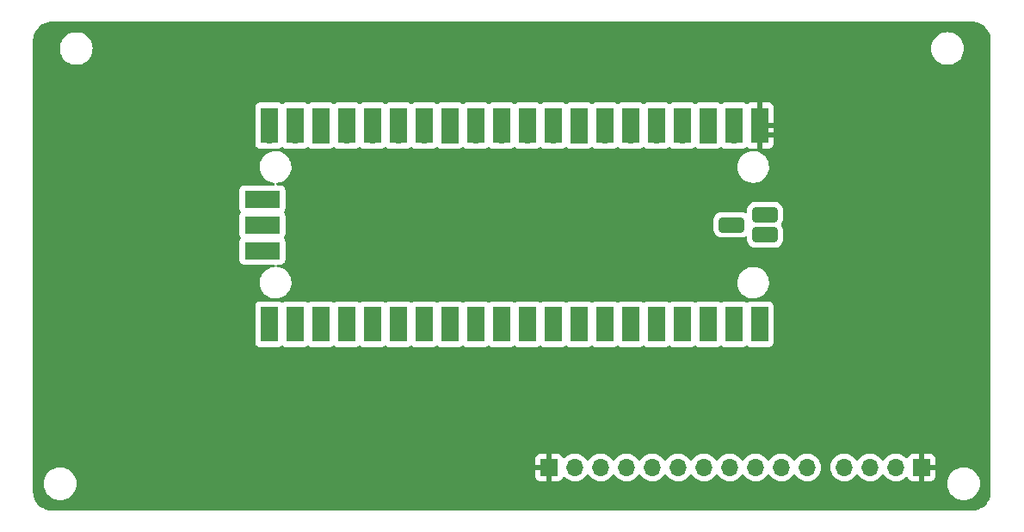
<source format=gbr>
%TF.GenerationSoftware,KiCad,Pcbnew,(6.0.6)*%
%TF.CreationDate,2022-08-15T00:38:18+08:00*%
%TF.ProjectId,15k-macropad-pico,31356b2d-6d61-4637-926f-7061642d7069,rev?*%
%TF.SameCoordinates,Original*%
%TF.FileFunction,Copper,L2,Bot*%
%TF.FilePolarity,Positive*%
%FSLAX46Y46*%
G04 Gerber Fmt 4.6, Leading zero omitted, Abs format (unit mm)*
G04 Created by KiCad (PCBNEW (6.0.6)) date 2022-08-15 00:38:18*
%MOMM*%
%LPD*%
G01*
G04 APERTURE LIST*
G04 Aperture macros list*
%AMRoundRect*
0 Rectangle with rounded corners*
0 $1 Rounding radius*
0 $2 $3 $4 $5 $6 $7 $8 $9 X,Y pos of 4 corners*
0 Add a 4 corners polygon primitive as box body*
4,1,4,$2,$3,$4,$5,$6,$7,$8,$9,$2,$3,0*
0 Add four circle primitives for the rounded corners*
1,1,$1+$1,$2,$3*
1,1,$1+$1,$4,$5*
1,1,$1+$1,$6,$7*
1,1,$1+$1,$8,$9*
0 Add four rect primitives between the rounded corners*
20,1,$1+$1,$2,$3,$4,$5,0*
20,1,$1+$1,$4,$5,$6,$7,0*
20,1,$1+$1,$6,$7,$8,$9,0*
20,1,$1+$1,$8,$9,$2,$3,0*%
G04 Aperture macros list end*
%TA.AperFunction,SMDPad,CuDef*%
%ADD10R,1.700000X3.500000*%
%TD*%
%TA.AperFunction,ComponentPad*%
%ADD11O,1.700000X1.700000*%
%TD*%
%TA.AperFunction,ComponentPad*%
%ADD12R,1.700000X1.700000*%
%TD*%
%TA.AperFunction,SMDPad,CuDef*%
%ADD13R,3.500000X1.700000*%
%TD*%
%TA.AperFunction,ComponentPad*%
%ADD14RoundRect,0.300000X0.950000X-0.450000X0.950000X0.450000X-0.950000X0.450000X-0.950000X-0.450000X0*%
%TD*%
G04 APERTURE END LIST*
D10*
%TO.P,U1,1,GPIO0*%
%TO.N,unconnected-(U1-Pad1)*%
X165662500Y-85101000D03*
D11*
X165662500Y-84201000D03*
%TO.P,U1,2,GPIO1*%
%TO.N,LED_DIN*%
X163122500Y-84201000D03*
D10*
X163122500Y-85101000D03*
%TO.P,U1,3,GND*%
%TO.N,GND*%
X160582500Y-85101000D03*
D12*
X160582500Y-84201000D03*
D10*
%TO.P,U1,4,GPIO2*%
%TO.N,COL0*%
X158042500Y-85101000D03*
D11*
X158042500Y-84201000D03*
D10*
%TO.P,U1,5,GPIO3*%
%TO.N,COL1*%
X155502500Y-85101000D03*
D11*
X155502500Y-84201000D03*
D10*
%TO.P,U1,6,GPIO4*%
%TO.N,COL2*%
X152962500Y-85101000D03*
D11*
X152962500Y-84201000D03*
D10*
%TO.P,U1,7,GPIO5*%
%TO.N,COL3*%
X150422500Y-85101000D03*
D11*
X150422500Y-84201000D03*
D12*
%TO.P,U1,8,GND*%
%TO.N,GND*%
X147882500Y-84201000D03*
D10*
X147882500Y-85101000D03*
D11*
%TO.P,U1,9,GPIO6*%
%TO.N,COL4*%
X145342500Y-84201000D03*
D10*
X145342500Y-85101000D03*
D11*
%TO.P,U1,10,GPIO7*%
%TO.N,ROW0*%
X142802500Y-84201000D03*
D10*
X142802500Y-85101000D03*
%TO.P,U1,11,GPIO8*%
%TO.N,ROW1*%
X140262500Y-85101000D03*
D11*
X140262500Y-84201000D03*
D10*
%TO.P,U1,12,GPIO9*%
%TO.N,ROW2*%
X137722500Y-85101000D03*
D11*
X137722500Y-84201000D03*
D12*
%TO.P,U1,13,GND*%
%TO.N,GND*%
X135182500Y-84201000D03*
D10*
X135182500Y-85101000D03*
%TO.P,U1,14,GPIO10*%
%TO.N,unconnected-(U1-Pad14)*%
X132642500Y-85101000D03*
D11*
X132642500Y-84201000D03*
D10*
%TO.P,U1,15,GPIO11*%
%TO.N,unconnected-(U1-Pad15)*%
X130102500Y-85101000D03*
D11*
X130102500Y-84201000D03*
%TO.P,U1,16,GPIO12*%
%TO.N,unconnected-(U1-Pad16)*%
X127562500Y-84201000D03*
D10*
X127562500Y-85101000D03*
%TO.P,U1,17,GPIO13*%
%TO.N,unconnected-(U1-Pad17)*%
X125022500Y-85101000D03*
D11*
X125022500Y-84201000D03*
D10*
%TO.P,U1,18,GND*%
%TO.N,GND*%
X122482500Y-85101000D03*
D12*
X122482500Y-84201000D03*
D10*
%TO.P,U1,19,GPIO14*%
%TO.N,unconnected-(U1-Pad19)*%
X119942500Y-85101000D03*
D11*
X119942500Y-84201000D03*
%TO.P,U1,20,GPIO15*%
%TO.N,unconnected-(U1-Pad20)*%
X117402500Y-84201000D03*
D10*
X117402500Y-85101000D03*
D11*
%TO.P,U1,21,GPIO16*%
%TO.N,unconnected-(U1-Pad21)*%
X117402500Y-66421000D03*
D10*
X117402500Y-65521000D03*
%TO.P,U1,22,GPIO17*%
%TO.N,unconnected-(U1-Pad22)*%
X119942500Y-65521000D03*
D11*
X119942500Y-66421000D03*
D12*
%TO.P,U1,23,GND*%
%TO.N,GND*%
X122482500Y-66421000D03*
D10*
X122482500Y-65521000D03*
D11*
%TO.P,U1,24,GPIO18*%
%TO.N,unconnected-(U1-Pad24)*%
X125022500Y-66421000D03*
D10*
X125022500Y-65521000D03*
%TO.P,U1,25,GPIO19*%
%TO.N,unconnected-(U1-Pad25)*%
X127562500Y-65521000D03*
D11*
X127562500Y-66421000D03*
D10*
%TO.P,U1,26,GPIO20*%
%TO.N,unconnected-(U1-Pad26)*%
X130102500Y-65521000D03*
D11*
X130102500Y-66421000D03*
%TO.P,U1,27,GPIO21*%
%TO.N,unconnected-(U1-Pad27)*%
X132642500Y-66421000D03*
D10*
X132642500Y-65521000D03*
D12*
%TO.P,U1,28,GND*%
%TO.N,GND*%
X135182500Y-66421000D03*
D10*
X135182500Y-65521000D03*
D11*
%TO.P,U1,29,GPIO22*%
%TO.N,unconnected-(U1-Pad29)*%
X137722500Y-66421000D03*
D10*
X137722500Y-65521000D03*
D11*
%TO.P,U1,30,RUN*%
%TO.N,unconnected-(U1-Pad30)*%
X140262500Y-66421000D03*
D10*
X140262500Y-65521000D03*
%TO.P,U1,31,GPIO26_ADC0*%
%TO.N,unconnected-(U1-Pad31)*%
X142802500Y-65521000D03*
D11*
X142802500Y-66421000D03*
%TO.P,U1,32,GPIO27_ADC1*%
%TO.N,unconnected-(U1-Pad32)*%
X145342500Y-66421000D03*
D10*
X145342500Y-65521000D03*
%TO.P,U1,33,AGND*%
%TO.N,unconnected-(U1-Pad33)*%
X147882500Y-65521000D03*
D12*
X147882500Y-66421000D03*
D11*
%TO.P,U1,34,GPIO28_ADC2*%
%TO.N,unconnected-(U1-Pad34)*%
X150422500Y-66421000D03*
D10*
X150422500Y-65521000D03*
D11*
%TO.P,U1,35,ADC_VREF*%
%TO.N,unconnected-(U1-Pad35)*%
X152962500Y-66421000D03*
D10*
X152962500Y-65521000D03*
%TO.P,U1,36,3V3*%
%TO.N,unconnected-(U1-Pad36)*%
X155502500Y-65521000D03*
D11*
X155502500Y-66421000D03*
%TO.P,U1,37,3V3_EN*%
%TO.N,unconnected-(U1-Pad37)*%
X158042500Y-66421000D03*
D10*
X158042500Y-65521000D03*
D12*
%TO.P,U1,38,GND*%
%TO.N,GND*%
X160582500Y-66421000D03*
D10*
X160582500Y-65521000D03*
D11*
%TO.P,U1,39,VSYS*%
%TO.N,unconnected-(U1-Pad39)*%
X163122500Y-66421000D03*
D10*
X163122500Y-65521000D03*
%TO.P,U1,40,VBUS*%
%TO.N,+5V*%
X165662500Y-65521000D03*
D11*
X165662500Y-66421000D03*
D13*
%TO.P,U1,41,SWCLK*%
%TO.N,unconnected-(U1-Pad41)*%
X116732500Y-77851000D03*
D11*
X117632500Y-77851000D03*
D12*
%TO.P,U1,42,GND*%
%TO.N,unconnected-(U1-Pad42)*%
X117632500Y-75311000D03*
D13*
X116732500Y-75311000D03*
%TO.P,U1,43,SWDIO*%
%TO.N,unconnected-(U1-Pad43)*%
X116732500Y-72771000D03*
D11*
X117632500Y-72771000D03*
D14*
%TO.P,U1,TP1,TP1*%
%TO.N,GND*%
X162902500Y-75311000D03*
%TO.P,U1,TP2,TP2*%
%TO.N,D-*%
X166182500Y-74311000D03*
%TO.P,U1,TP3,TP3*%
%TO.N,D+*%
X166202500Y-76311000D03*
%TD*%
D12*
%TO.P,J1,1,Pin_1*%
%TO.N,+5V*%
X144938750Y-99218750D03*
D11*
%TO.P,J1,2,Pin_2*%
%TO.N,ROW2*%
X147478750Y-99218750D03*
%TO.P,J1,3,Pin_3*%
%TO.N,ROW1*%
X150018750Y-99218750D03*
%TO.P,J1,4,Pin_4*%
%TO.N,ROW0*%
X152558750Y-99218750D03*
%TO.P,J1,5,Pin_5*%
%TO.N,COL4*%
X155098750Y-99218750D03*
%TO.P,J1,6,Pin_6*%
%TO.N,COL3*%
X157638750Y-99218750D03*
%TO.P,J1,7,Pin_7*%
%TO.N,COL2*%
X160178750Y-99218750D03*
%TO.P,J1,8,Pin_8*%
%TO.N,COL1*%
X162718750Y-99218750D03*
%TO.P,J1,9,Pin_9*%
%TO.N,COL0*%
X165258750Y-99218750D03*
%TO.P,J1,10,Pin_10*%
%TO.N,LED_DIN*%
X167798750Y-99218750D03*
%TO.P,J1,11,Pin_11*%
%TO.N,GND*%
X170338750Y-99218750D03*
%TD*%
D12*
%TO.P,J2,1,Pin_1*%
%TO.N,+5V*%
X181600000Y-99218750D03*
D11*
%TO.P,J2,2,Pin_2*%
%TO.N,D-*%
X179060000Y-99218750D03*
%TO.P,J2,3,Pin_3*%
%TO.N,D+*%
X176520000Y-99218750D03*
%TO.P,J2,4,Pin_4*%
%TO.N,GND*%
X173980000Y-99218750D03*
%TD*%
%TA.AperFunction,Conductor*%
%TO.N,+5V*%
G36*
X186501268Y-55278751D02*
G01*
X186515755Y-55281007D01*
X186524963Y-55282441D01*
X186541257Y-55280311D01*
X186565829Y-55279518D01*
X186628281Y-55283612D01*
X186767441Y-55292736D01*
X186783781Y-55294887D01*
X186925085Y-55322996D01*
X187007855Y-55339461D01*
X187023766Y-55343725D01*
X187131933Y-55380443D01*
X187240096Y-55417161D01*
X187255323Y-55423468D01*
X187460221Y-55524513D01*
X187474494Y-55532754D01*
X187664446Y-55659675D01*
X187677512Y-55669700D01*
X187849290Y-55820343D01*
X187860931Y-55831984D01*
X187902126Y-55878957D01*
X188011569Y-56003750D01*
X188021602Y-56016825D01*
X188085065Y-56111800D01*
X188148532Y-56206780D01*
X188156765Y-56221041D01*
X188156781Y-56221072D01*
X188257817Y-56425942D01*
X188264124Y-56441168D01*
X188337564Y-56657495D01*
X188341830Y-56673414D01*
X188386407Y-56897475D01*
X188388559Y-56913815D01*
X188401297Y-57108035D01*
X188400223Y-57132172D01*
X188400190Y-57134874D01*
X188398809Y-57143746D01*
X188399973Y-57152645D01*
X188399973Y-57152647D01*
X188402936Y-57175297D01*
X188404000Y-57191639D01*
X188404000Y-101550619D01*
X188402499Y-101570010D01*
X188398809Y-101593702D01*
X188400939Y-101609998D01*
X188401732Y-101634570D01*
X188388509Y-101836180D01*
X188386357Y-101852519D01*
X188341783Y-102076571D01*
X188337517Y-102092491D01*
X188264078Y-102308813D01*
X188257771Y-102324039D01*
X188248958Y-102341910D01*
X188156722Y-102528935D01*
X188148489Y-102543195D01*
X188139973Y-102555939D01*
X188021563Y-102733145D01*
X188011533Y-102746216D01*
X187915450Y-102855775D01*
X187860898Y-102917978D01*
X187849246Y-102929629D01*
X187849202Y-102929668D01*
X187677488Y-103080255D01*
X187664425Y-103090279D01*
X187474465Y-103217205D01*
X187460200Y-103225441D01*
X187255304Y-103326486D01*
X187240077Y-103332793D01*
X187131917Y-103369509D01*
X187023753Y-103406227D01*
X187007838Y-103410492D01*
X186979127Y-103416203D01*
X186783774Y-103455063D01*
X186767435Y-103457214D01*
X186572771Y-103469977D01*
X186550664Y-103468993D01*
X186546391Y-103468941D01*
X186537515Y-103467559D01*
X186512069Y-103470887D01*
X186505959Y-103471686D01*
X186489619Y-103472750D01*
X96093120Y-103472750D01*
X96073732Y-103471249D01*
X96058912Y-103468941D01*
X96058911Y-103468941D01*
X96050037Y-103467559D01*
X96033743Y-103469689D01*
X96009171Y-103470482D01*
X95946719Y-103466388D01*
X95807559Y-103457264D01*
X95791219Y-103455113D01*
X95649915Y-103427004D01*
X95567145Y-103410539D01*
X95551234Y-103406275D01*
X95443067Y-103369557D01*
X95334904Y-103332839D01*
X95319677Y-103326532D01*
X95114779Y-103225487D01*
X95100506Y-103217246D01*
X94910554Y-103090325D01*
X94897488Y-103080300D01*
X94725710Y-102929657D01*
X94714067Y-102918014D01*
X94714036Y-102917978D01*
X94659484Y-102855775D01*
X94563431Y-102746250D01*
X94553398Y-102733175D01*
X94434956Y-102555922D01*
X94426468Y-102543220D01*
X94418235Y-102528959D01*
X94367068Y-102425210D01*
X94317183Y-102324058D01*
X94310876Y-102308832D01*
X94237436Y-102092505D01*
X94233170Y-102076586D01*
X94188593Y-101852525D01*
X94186441Y-101836185D01*
X94173703Y-101641965D01*
X94174777Y-101617828D01*
X94174810Y-101615126D01*
X94176191Y-101606254D01*
X94172064Y-101574703D01*
X94171000Y-101558361D01*
X94171000Y-100806250D01*
X95224026Y-100806250D01*
X95243891Y-101058653D01*
X95302995Y-101304841D01*
X95399884Y-101538752D01*
X95532172Y-101754626D01*
X95696602Y-101947148D01*
X95889124Y-102111578D01*
X96104998Y-102243866D01*
X96109568Y-102245759D01*
X96109572Y-102245761D01*
X96334336Y-102338861D01*
X96338909Y-102340755D01*
X96423532Y-102361071D01*
X96580284Y-102398704D01*
X96580290Y-102398705D01*
X96585097Y-102399859D01*
X96684916Y-102407715D01*
X96771845Y-102414557D01*
X96771852Y-102414557D01*
X96774301Y-102414750D01*
X96900699Y-102414750D01*
X96903148Y-102414557D01*
X96903155Y-102414557D01*
X96990084Y-102407715D01*
X97089903Y-102399859D01*
X97094710Y-102398705D01*
X97094716Y-102398704D01*
X97251468Y-102361071D01*
X97336091Y-102340755D01*
X97340664Y-102338861D01*
X97565428Y-102245761D01*
X97565432Y-102245759D01*
X97570002Y-102243866D01*
X97785876Y-102111578D01*
X97978398Y-101947148D01*
X98142828Y-101754626D01*
X98275116Y-101538752D01*
X98372005Y-101304841D01*
X98431109Y-101058653D01*
X98450974Y-100806250D01*
X184124026Y-100806250D01*
X184143891Y-101058653D01*
X184202995Y-101304841D01*
X184299884Y-101538752D01*
X184432172Y-101754626D01*
X184596602Y-101947148D01*
X184789124Y-102111578D01*
X185004998Y-102243866D01*
X185009568Y-102245759D01*
X185009572Y-102245761D01*
X185234336Y-102338861D01*
X185238909Y-102340755D01*
X185323532Y-102361071D01*
X185480284Y-102398704D01*
X185480290Y-102398705D01*
X185485097Y-102399859D01*
X185584916Y-102407715D01*
X185671845Y-102414557D01*
X185671852Y-102414557D01*
X185674301Y-102414750D01*
X185800699Y-102414750D01*
X185803148Y-102414557D01*
X185803155Y-102414557D01*
X185890084Y-102407715D01*
X185989903Y-102399859D01*
X185994710Y-102398705D01*
X185994716Y-102398704D01*
X186151468Y-102361071D01*
X186236091Y-102340755D01*
X186240664Y-102338861D01*
X186465428Y-102245761D01*
X186465432Y-102245759D01*
X186470002Y-102243866D01*
X186685876Y-102111578D01*
X186878398Y-101947148D01*
X187042828Y-101754626D01*
X187175116Y-101538752D01*
X187272005Y-101304841D01*
X187331109Y-101058653D01*
X187350974Y-100806250D01*
X187331109Y-100553847D01*
X187321432Y-100513536D01*
X187279287Y-100337992D01*
X187272005Y-100307659D01*
X187250723Y-100256279D01*
X187177011Y-100078322D01*
X187177009Y-100078318D01*
X187175116Y-100073748D01*
X187042828Y-99857874D01*
X186878398Y-99665352D01*
X186685876Y-99500922D01*
X186470002Y-99368634D01*
X186465432Y-99366741D01*
X186465428Y-99366739D01*
X186240664Y-99273639D01*
X186240662Y-99273638D01*
X186236091Y-99271745D01*
X186151468Y-99251429D01*
X185994716Y-99213796D01*
X185994710Y-99213795D01*
X185989903Y-99212641D01*
X185890084Y-99204785D01*
X185803155Y-99197943D01*
X185803148Y-99197943D01*
X185800699Y-99197750D01*
X185674301Y-99197750D01*
X185671852Y-99197943D01*
X185671845Y-99197943D01*
X185584916Y-99204785D01*
X185485097Y-99212641D01*
X185480290Y-99213795D01*
X185480284Y-99213796D01*
X185323532Y-99251429D01*
X185238909Y-99271745D01*
X185234338Y-99273638D01*
X185234336Y-99273639D01*
X185009572Y-99366739D01*
X185009568Y-99366741D01*
X185004998Y-99368634D01*
X184789124Y-99500922D01*
X184596602Y-99665352D01*
X184432172Y-99857874D01*
X184299884Y-100073748D01*
X184297991Y-100078318D01*
X184297989Y-100078322D01*
X184224277Y-100256279D01*
X184202995Y-100307659D01*
X184195713Y-100337992D01*
X184153569Y-100513536D01*
X184143891Y-100553847D01*
X184124026Y-100806250D01*
X98450974Y-100806250D01*
X98431109Y-100553847D01*
X98421432Y-100513536D01*
X98379287Y-100337992D01*
X98372005Y-100307659D01*
X98350723Y-100256279D01*
X98291549Y-100113419D01*
X143580751Y-100113419D01*
X143581121Y-100120240D01*
X143586645Y-100171102D01*
X143590271Y-100186354D01*
X143635426Y-100306804D01*
X143643964Y-100322399D01*
X143720465Y-100424474D01*
X143733026Y-100437035D01*
X143835101Y-100513536D01*
X143850696Y-100522074D01*
X143971144Y-100567228D01*
X143986399Y-100570855D01*
X144037264Y-100576381D01*
X144044078Y-100576750D01*
X144666635Y-100576750D01*
X144681874Y-100572275D01*
X144683079Y-100570885D01*
X144684750Y-100563202D01*
X144684750Y-100558634D01*
X145192750Y-100558634D01*
X145197225Y-100573873D01*
X145198615Y-100575078D01*
X145206298Y-100576749D01*
X145833419Y-100576749D01*
X145840240Y-100576379D01*
X145891102Y-100570855D01*
X145906354Y-100567229D01*
X146026804Y-100522074D01*
X146042399Y-100513536D01*
X146144474Y-100437035D01*
X146157035Y-100424474D01*
X146233536Y-100322399D01*
X146242074Y-100306804D01*
X146282975Y-100197702D01*
X146325617Y-100140938D01*
X146392178Y-100116238D01*
X146461527Y-100131446D01*
X146496194Y-100159434D01*
X146521615Y-100188781D01*
X146521619Y-100188785D01*
X146525000Y-100192688D01*
X146696876Y-100335382D01*
X146889750Y-100448088D01*
X147098442Y-100527780D01*
X147103510Y-100528811D01*
X147103513Y-100528812D01*
X147202908Y-100549034D01*
X147317347Y-100572317D01*
X147322522Y-100572507D01*
X147322524Y-100572507D01*
X147535423Y-100580314D01*
X147535427Y-100580314D01*
X147540587Y-100580503D01*
X147545707Y-100579847D01*
X147545709Y-100579847D01*
X147757038Y-100552775D01*
X147757039Y-100552775D01*
X147762166Y-100552118D01*
X147767116Y-100550633D01*
X147971179Y-100489411D01*
X147971184Y-100489409D01*
X147976134Y-100487924D01*
X148176744Y-100389646D01*
X148358610Y-100259923D01*
X148516846Y-100102239D01*
X148576344Y-100019439D01*
X148647203Y-99920827D01*
X148648526Y-99921778D01*
X148695395Y-99878607D01*
X148765330Y-99866375D01*
X148830776Y-99893894D01*
X148858625Y-99925744D01*
X148918737Y-100023838D01*
X149065000Y-100192688D01*
X149236876Y-100335382D01*
X149429750Y-100448088D01*
X149638442Y-100527780D01*
X149643510Y-100528811D01*
X149643513Y-100528812D01*
X149742908Y-100549034D01*
X149857347Y-100572317D01*
X149862522Y-100572507D01*
X149862524Y-100572507D01*
X150075423Y-100580314D01*
X150075427Y-100580314D01*
X150080587Y-100580503D01*
X150085707Y-100579847D01*
X150085709Y-100579847D01*
X150297038Y-100552775D01*
X150297039Y-100552775D01*
X150302166Y-100552118D01*
X150307116Y-100550633D01*
X150511179Y-100489411D01*
X150511184Y-100489409D01*
X150516134Y-100487924D01*
X150716744Y-100389646D01*
X150898610Y-100259923D01*
X151056846Y-100102239D01*
X151116344Y-100019439D01*
X151187203Y-99920827D01*
X151188526Y-99921778D01*
X151235395Y-99878607D01*
X151305330Y-99866375D01*
X151370776Y-99893894D01*
X151398625Y-99925744D01*
X151458737Y-100023838D01*
X151605000Y-100192688D01*
X151776876Y-100335382D01*
X151969750Y-100448088D01*
X152178442Y-100527780D01*
X152183510Y-100528811D01*
X152183513Y-100528812D01*
X152282908Y-100549034D01*
X152397347Y-100572317D01*
X152402522Y-100572507D01*
X152402524Y-100572507D01*
X152615423Y-100580314D01*
X152615427Y-100580314D01*
X152620587Y-100580503D01*
X152625707Y-100579847D01*
X152625709Y-100579847D01*
X152837038Y-100552775D01*
X152837039Y-100552775D01*
X152842166Y-100552118D01*
X152847116Y-100550633D01*
X153051179Y-100489411D01*
X153051184Y-100489409D01*
X153056134Y-100487924D01*
X153256744Y-100389646D01*
X153438610Y-100259923D01*
X153596846Y-100102239D01*
X153656344Y-100019439D01*
X153727203Y-99920827D01*
X153728526Y-99921778D01*
X153775395Y-99878607D01*
X153845330Y-99866375D01*
X153910776Y-99893894D01*
X153938625Y-99925744D01*
X153998737Y-100023838D01*
X154145000Y-100192688D01*
X154316876Y-100335382D01*
X154509750Y-100448088D01*
X154718442Y-100527780D01*
X154723510Y-100528811D01*
X154723513Y-100528812D01*
X154822908Y-100549034D01*
X154937347Y-100572317D01*
X154942522Y-100572507D01*
X154942524Y-100572507D01*
X155155423Y-100580314D01*
X155155427Y-100580314D01*
X155160587Y-100580503D01*
X155165707Y-100579847D01*
X155165709Y-100579847D01*
X155377038Y-100552775D01*
X155377039Y-100552775D01*
X155382166Y-100552118D01*
X155387116Y-100550633D01*
X155591179Y-100489411D01*
X155591184Y-100489409D01*
X155596134Y-100487924D01*
X155796744Y-100389646D01*
X155978610Y-100259923D01*
X156136846Y-100102239D01*
X156196344Y-100019439D01*
X156267203Y-99920827D01*
X156268526Y-99921778D01*
X156315395Y-99878607D01*
X156385330Y-99866375D01*
X156450776Y-99893894D01*
X156478625Y-99925744D01*
X156538737Y-100023838D01*
X156685000Y-100192688D01*
X156856876Y-100335382D01*
X157049750Y-100448088D01*
X157258442Y-100527780D01*
X157263510Y-100528811D01*
X157263513Y-100528812D01*
X157362908Y-100549034D01*
X157477347Y-100572317D01*
X157482522Y-100572507D01*
X157482524Y-100572507D01*
X157695423Y-100580314D01*
X157695427Y-100580314D01*
X157700587Y-100580503D01*
X157705707Y-100579847D01*
X157705709Y-100579847D01*
X157917038Y-100552775D01*
X157917039Y-100552775D01*
X157922166Y-100552118D01*
X157927116Y-100550633D01*
X158131179Y-100489411D01*
X158131184Y-100489409D01*
X158136134Y-100487924D01*
X158336744Y-100389646D01*
X158518610Y-100259923D01*
X158676846Y-100102239D01*
X158736344Y-100019439D01*
X158807203Y-99920827D01*
X158808526Y-99921778D01*
X158855395Y-99878607D01*
X158925330Y-99866375D01*
X158990776Y-99893894D01*
X159018625Y-99925744D01*
X159078737Y-100023838D01*
X159225000Y-100192688D01*
X159396876Y-100335382D01*
X159589750Y-100448088D01*
X159798442Y-100527780D01*
X159803510Y-100528811D01*
X159803513Y-100528812D01*
X159902908Y-100549034D01*
X160017347Y-100572317D01*
X160022522Y-100572507D01*
X160022524Y-100572507D01*
X160235423Y-100580314D01*
X160235427Y-100580314D01*
X160240587Y-100580503D01*
X160245707Y-100579847D01*
X160245709Y-100579847D01*
X160457038Y-100552775D01*
X160457039Y-100552775D01*
X160462166Y-100552118D01*
X160467116Y-100550633D01*
X160671179Y-100489411D01*
X160671184Y-100489409D01*
X160676134Y-100487924D01*
X160876744Y-100389646D01*
X161058610Y-100259923D01*
X161216846Y-100102239D01*
X161276344Y-100019439D01*
X161347203Y-99920827D01*
X161348526Y-99921778D01*
X161395395Y-99878607D01*
X161465330Y-99866375D01*
X161530776Y-99893894D01*
X161558625Y-99925744D01*
X161618737Y-100023838D01*
X161765000Y-100192688D01*
X161936876Y-100335382D01*
X162129750Y-100448088D01*
X162338442Y-100527780D01*
X162343510Y-100528811D01*
X162343513Y-100528812D01*
X162442908Y-100549034D01*
X162557347Y-100572317D01*
X162562522Y-100572507D01*
X162562524Y-100572507D01*
X162775423Y-100580314D01*
X162775427Y-100580314D01*
X162780587Y-100580503D01*
X162785707Y-100579847D01*
X162785709Y-100579847D01*
X162997038Y-100552775D01*
X162997039Y-100552775D01*
X163002166Y-100552118D01*
X163007116Y-100550633D01*
X163211179Y-100489411D01*
X163211184Y-100489409D01*
X163216134Y-100487924D01*
X163416744Y-100389646D01*
X163598610Y-100259923D01*
X163756846Y-100102239D01*
X163816344Y-100019439D01*
X163887203Y-99920827D01*
X163888526Y-99921778D01*
X163935395Y-99878607D01*
X164005330Y-99866375D01*
X164070776Y-99893894D01*
X164098625Y-99925744D01*
X164158737Y-100023838D01*
X164305000Y-100192688D01*
X164476876Y-100335382D01*
X164669750Y-100448088D01*
X164878442Y-100527780D01*
X164883510Y-100528811D01*
X164883513Y-100528812D01*
X164982908Y-100549034D01*
X165097347Y-100572317D01*
X165102522Y-100572507D01*
X165102524Y-100572507D01*
X165315423Y-100580314D01*
X165315427Y-100580314D01*
X165320587Y-100580503D01*
X165325707Y-100579847D01*
X165325709Y-100579847D01*
X165537038Y-100552775D01*
X165537039Y-100552775D01*
X165542166Y-100552118D01*
X165547116Y-100550633D01*
X165751179Y-100489411D01*
X165751184Y-100489409D01*
X165756134Y-100487924D01*
X165956744Y-100389646D01*
X166138610Y-100259923D01*
X166296846Y-100102239D01*
X166356344Y-100019439D01*
X166427203Y-99920827D01*
X166428526Y-99921778D01*
X166475395Y-99878607D01*
X166545330Y-99866375D01*
X166610776Y-99893894D01*
X166638625Y-99925744D01*
X166698737Y-100023838D01*
X166845000Y-100192688D01*
X167016876Y-100335382D01*
X167209750Y-100448088D01*
X167418442Y-100527780D01*
X167423510Y-100528811D01*
X167423513Y-100528812D01*
X167522908Y-100549034D01*
X167637347Y-100572317D01*
X167642522Y-100572507D01*
X167642524Y-100572507D01*
X167855423Y-100580314D01*
X167855427Y-100580314D01*
X167860587Y-100580503D01*
X167865707Y-100579847D01*
X167865709Y-100579847D01*
X168077038Y-100552775D01*
X168077039Y-100552775D01*
X168082166Y-100552118D01*
X168087116Y-100550633D01*
X168291179Y-100489411D01*
X168291184Y-100489409D01*
X168296134Y-100487924D01*
X168496744Y-100389646D01*
X168678610Y-100259923D01*
X168836846Y-100102239D01*
X168896344Y-100019439D01*
X168967203Y-99920827D01*
X168968526Y-99921778D01*
X169015395Y-99878607D01*
X169085330Y-99866375D01*
X169150776Y-99893894D01*
X169178625Y-99925744D01*
X169238737Y-100023838D01*
X169385000Y-100192688D01*
X169556876Y-100335382D01*
X169749750Y-100448088D01*
X169958442Y-100527780D01*
X169963510Y-100528811D01*
X169963513Y-100528812D01*
X170062908Y-100549034D01*
X170177347Y-100572317D01*
X170182522Y-100572507D01*
X170182524Y-100572507D01*
X170395423Y-100580314D01*
X170395427Y-100580314D01*
X170400587Y-100580503D01*
X170405707Y-100579847D01*
X170405709Y-100579847D01*
X170617038Y-100552775D01*
X170617039Y-100552775D01*
X170622166Y-100552118D01*
X170627116Y-100550633D01*
X170831179Y-100489411D01*
X170831184Y-100489409D01*
X170836134Y-100487924D01*
X171036744Y-100389646D01*
X171218610Y-100259923D01*
X171376846Y-100102239D01*
X171436344Y-100019439D01*
X171504185Y-99925027D01*
X171507203Y-99920827D01*
X171528070Y-99878607D01*
X171603886Y-99725203D01*
X171603887Y-99725201D01*
X171606180Y-99720561D01*
X171671120Y-99506819D01*
X171700279Y-99285340D01*
X171700611Y-99271745D01*
X171701824Y-99222115D01*
X171701824Y-99222111D01*
X171701906Y-99218750D01*
X171699168Y-99185445D01*
X172617251Y-99185445D01*
X172617548Y-99190598D01*
X172617548Y-99190601D01*
X172629812Y-99403297D01*
X172630110Y-99408465D01*
X172631247Y-99413511D01*
X172631248Y-99413517D01*
X172645606Y-99477225D01*
X172679222Y-99626389D01*
X172763266Y-99833366D01*
X172814019Y-99916188D01*
X172877291Y-100019438D01*
X172879987Y-100023838D01*
X173026250Y-100192688D01*
X173198126Y-100335382D01*
X173391000Y-100448088D01*
X173599692Y-100527780D01*
X173604760Y-100528811D01*
X173604763Y-100528812D01*
X173704158Y-100549034D01*
X173818597Y-100572317D01*
X173823772Y-100572507D01*
X173823774Y-100572507D01*
X174036673Y-100580314D01*
X174036677Y-100580314D01*
X174041837Y-100580503D01*
X174046957Y-100579847D01*
X174046959Y-100579847D01*
X174258288Y-100552775D01*
X174258289Y-100552775D01*
X174263416Y-100552118D01*
X174268366Y-100550633D01*
X174472429Y-100489411D01*
X174472434Y-100489409D01*
X174477384Y-100487924D01*
X174677994Y-100389646D01*
X174859860Y-100259923D01*
X175018096Y-100102239D01*
X175077594Y-100019439D01*
X175148453Y-99920827D01*
X175149776Y-99921778D01*
X175196645Y-99878607D01*
X175266580Y-99866375D01*
X175332026Y-99893894D01*
X175359875Y-99925744D01*
X175419987Y-100023838D01*
X175566250Y-100192688D01*
X175738126Y-100335382D01*
X175931000Y-100448088D01*
X176139692Y-100527780D01*
X176144760Y-100528811D01*
X176144763Y-100528812D01*
X176244158Y-100549034D01*
X176358597Y-100572317D01*
X176363772Y-100572507D01*
X176363774Y-100572507D01*
X176576673Y-100580314D01*
X176576677Y-100580314D01*
X176581837Y-100580503D01*
X176586957Y-100579847D01*
X176586959Y-100579847D01*
X176798288Y-100552775D01*
X176798289Y-100552775D01*
X176803416Y-100552118D01*
X176808366Y-100550633D01*
X177012429Y-100489411D01*
X177012434Y-100489409D01*
X177017384Y-100487924D01*
X177217994Y-100389646D01*
X177399860Y-100259923D01*
X177558096Y-100102239D01*
X177617594Y-100019439D01*
X177688453Y-99920827D01*
X177689776Y-99921778D01*
X177736645Y-99878607D01*
X177806580Y-99866375D01*
X177872026Y-99893894D01*
X177899875Y-99925744D01*
X177959987Y-100023838D01*
X178106250Y-100192688D01*
X178278126Y-100335382D01*
X178471000Y-100448088D01*
X178679692Y-100527780D01*
X178684760Y-100528811D01*
X178684763Y-100528812D01*
X178784158Y-100549034D01*
X178898597Y-100572317D01*
X178903772Y-100572507D01*
X178903774Y-100572507D01*
X179116673Y-100580314D01*
X179116677Y-100580314D01*
X179121837Y-100580503D01*
X179126957Y-100579847D01*
X179126959Y-100579847D01*
X179338288Y-100552775D01*
X179338289Y-100552775D01*
X179343416Y-100552118D01*
X179348366Y-100550633D01*
X179552429Y-100489411D01*
X179552434Y-100489409D01*
X179557384Y-100487924D01*
X179757994Y-100389646D01*
X179939860Y-100259923D01*
X180007331Y-100192688D01*
X180048479Y-100151683D01*
X180110851Y-100117767D01*
X180181658Y-100122955D01*
X180238419Y-100165601D01*
X180255401Y-100196704D01*
X180296676Y-100306804D01*
X180305214Y-100322399D01*
X180381715Y-100424474D01*
X180394276Y-100437035D01*
X180496351Y-100513536D01*
X180511946Y-100522074D01*
X180632394Y-100567228D01*
X180647649Y-100570855D01*
X180698514Y-100576381D01*
X180705328Y-100576750D01*
X181327885Y-100576750D01*
X181343124Y-100572275D01*
X181344329Y-100570885D01*
X181346000Y-100563202D01*
X181346000Y-100558634D01*
X181854000Y-100558634D01*
X181858475Y-100573873D01*
X181859865Y-100575078D01*
X181867548Y-100576749D01*
X182494669Y-100576749D01*
X182501490Y-100576379D01*
X182552352Y-100570855D01*
X182567604Y-100567229D01*
X182688054Y-100522074D01*
X182703649Y-100513536D01*
X182805724Y-100437035D01*
X182818285Y-100424474D01*
X182894786Y-100322399D01*
X182903324Y-100306804D01*
X182948478Y-100186356D01*
X182952105Y-100171101D01*
X182957631Y-100120236D01*
X182958000Y-100113422D01*
X182958000Y-99490865D01*
X182953525Y-99475626D01*
X182952135Y-99474421D01*
X182944452Y-99472750D01*
X181872115Y-99472750D01*
X181856876Y-99477225D01*
X181855671Y-99478615D01*
X181854000Y-99486298D01*
X181854000Y-100558634D01*
X181346000Y-100558634D01*
X181346000Y-98946635D01*
X181854000Y-98946635D01*
X181858475Y-98961874D01*
X181859865Y-98963079D01*
X181867548Y-98964750D01*
X182939884Y-98964750D01*
X182955123Y-98960275D01*
X182956328Y-98958885D01*
X182957999Y-98951202D01*
X182957999Y-98324081D01*
X182957629Y-98317260D01*
X182952105Y-98266398D01*
X182948479Y-98251146D01*
X182903324Y-98130696D01*
X182894786Y-98115101D01*
X182818285Y-98013026D01*
X182805724Y-98000465D01*
X182703649Y-97923964D01*
X182688054Y-97915426D01*
X182567606Y-97870272D01*
X182552351Y-97866645D01*
X182501486Y-97861119D01*
X182494672Y-97860750D01*
X181872115Y-97860750D01*
X181856876Y-97865225D01*
X181855671Y-97866615D01*
X181854000Y-97874298D01*
X181854000Y-98946635D01*
X181346000Y-98946635D01*
X181346000Y-97878866D01*
X181341525Y-97863627D01*
X181340135Y-97862422D01*
X181332452Y-97860751D01*
X180705331Y-97860751D01*
X180698510Y-97861121D01*
X180647648Y-97866645D01*
X180632396Y-97870271D01*
X180511946Y-97915426D01*
X180496351Y-97923964D01*
X180394276Y-98000465D01*
X180381715Y-98013026D01*
X180305214Y-98115101D01*
X180296676Y-98130696D01*
X180255297Y-98241072D01*
X180212655Y-98297837D01*
X180146093Y-98322536D01*
X180076744Y-98307328D01*
X180044121Y-98281641D01*
X179993151Y-98225626D01*
X179993145Y-98225620D01*
X179989670Y-98221801D01*
X179985619Y-98218602D01*
X179985615Y-98218598D01*
X179818414Y-98086550D01*
X179818410Y-98086548D01*
X179814359Y-98083348D01*
X179618789Y-97975388D01*
X179613920Y-97973664D01*
X179613916Y-97973662D01*
X179413087Y-97902545D01*
X179413083Y-97902544D01*
X179408212Y-97900819D01*
X179403119Y-97899912D01*
X179403116Y-97899911D01*
X179193373Y-97862550D01*
X179193367Y-97862549D01*
X179188284Y-97861644D01*
X179114452Y-97860742D01*
X178970081Y-97858978D01*
X178970079Y-97858978D01*
X178964911Y-97858915D01*
X178744091Y-97892705D01*
X178531756Y-97962107D01*
X178333607Y-98065257D01*
X178329474Y-98068360D01*
X178329471Y-98068362D01*
X178246450Y-98130696D01*
X178154965Y-98199385D01*
X178000629Y-98360888D01*
X177893201Y-98518371D01*
X177838293Y-98563371D01*
X177767768Y-98571542D01*
X177704021Y-98540288D01*
X177683324Y-98515804D01*
X177602822Y-98391367D01*
X177602820Y-98391364D01*
X177600014Y-98387027D01*
X177449670Y-98221801D01*
X177445619Y-98218602D01*
X177445615Y-98218598D01*
X177278414Y-98086550D01*
X177278410Y-98086548D01*
X177274359Y-98083348D01*
X177078789Y-97975388D01*
X177073920Y-97973664D01*
X177073916Y-97973662D01*
X176873087Y-97902545D01*
X176873083Y-97902544D01*
X176868212Y-97900819D01*
X176863119Y-97899912D01*
X176863116Y-97899911D01*
X176653373Y-97862550D01*
X176653367Y-97862549D01*
X176648284Y-97861644D01*
X176574452Y-97860742D01*
X176430081Y-97858978D01*
X176430079Y-97858978D01*
X176424911Y-97858915D01*
X176204091Y-97892705D01*
X175991756Y-97962107D01*
X175793607Y-98065257D01*
X175789474Y-98068360D01*
X175789471Y-98068362D01*
X175706450Y-98130696D01*
X175614965Y-98199385D01*
X175460629Y-98360888D01*
X175353201Y-98518371D01*
X175298293Y-98563371D01*
X175227768Y-98571542D01*
X175164021Y-98540288D01*
X175143324Y-98515804D01*
X175062822Y-98391367D01*
X175062820Y-98391364D01*
X175060014Y-98387027D01*
X174909670Y-98221801D01*
X174905619Y-98218602D01*
X174905615Y-98218598D01*
X174738414Y-98086550D01*
X174738410Y-98086548D01*
X174734359Y-98083348D01*
X174538789Y-97975388D01*
X174533920Y-97973664D01*
X174533916Y-97973662D01*
X174333087Y-97902545D01*
X174333083Y-97902544D01*
X174328212Y-97900819D01*
X174323119Y-97899912D01*
X174323116Y-97899911D01*
X174113373Y-97862550D01*
X174113367Y-97862549D01*
X174108284Y-97861644D01*
X174034452Y-97860742D01*
X173890081Y-97858978D01*
X173890079Y-97858978D01*
X173884911Y-97858915D01*
X173664091Y-97892705D01*
X173451756Y-97962107D01*
X173253607Y-98065257D01*
X173249474Y-98068360D01*
X173249471Y-98068362D01*
X173166450Y-98130696D01*
X173074965Y-98199385D01*
X172920629Y-98360888D01*
X172794743Y-98545430D01*
X172700688Y-98748055D01*
X172640989Y-98963320D01*
X172617251Y-99185445D01*
X171699168Y-99185445D01*
X171683602Y-98996111D01*
X171629181Y-98779452D01*
X171540104Y-98574590D01*
X171418764Y-98387027D01*
X171268420Y-98221801D01*
X171264369Y-98218602D01*
X171264365Y-98218598D01*
X171097164Y-98086550D01*
X171097160Y-98086548D01*
X171093109Y-98083348D01*
X170897539Y-97975388D01*
X170892670Y-97973664D01*
X170892666Y-97973662D01*
X170691837Y-97902545D01*
X170691833Y-97902544D01*
X170686962Y-97900819D01*
X170681869Y-97899912D01*
X170681866Y-97899911D01*
X170472123Y-97862550D01*
X170472117Y-97862549D01*
X170467034Y-97861644D01*
X170393202Y-97860742D01*
X170248831Y-97858978D01*
X170248829Y-97858978D01*
X170243661Y-97858915D01*
X170022841Y-97892705D01*
X169810506Y-97962107D01*
X169612357Y-98065257D01*
X169608224Y-98068360D01*
X169608221Y-98068362D01*
X169525200Y-98130696D01*
X169433715Y-98199385D01*
X169279379Y-98360888D01*
X169171951Y-98518371D01*
X169117043Y-98563371D01*
X169046518Y-98571542D01*
X168982771Y-98540288D01*
X168962074Y-98515804D01*
X168881572Y-98391367D01*
X168881570Y-98391364D01*
X168878764Y-98387027D01*
X168728420Y-98221801D01*
X168724369Y-98218602D01*
X168724365Y-98218598D01*
X168557164Y-98086550D01*
X168557160Y-98086548D01*
X168553109Y-98083348D01*
X168357539Y-97975388D01*
X168352670Y-97973664D01*
X168352666Y-97973662D01*
X168151837Y-97902545D01*
X168151833Y-97902544D01*
X168146962Y-97900819D01*
X168141869Y-97899912D01*
X168141866Y-97899911D01*
X167932123Y-97862550D01*
X167932117Y-97862549D01*
X167927034Y-97861644D01*
X167853202Y-97860742D01*
X167708831Y-97858978D01*
X167708829Y-97858978D01*
X167703661Y-97858915D01*
X167482841Y-97892705D01*
X167270506Y-97962107D01*
X167072357Y-98065257D01*
X167068224Y-98068360D01*
X167068221Y-98068362D01*
X166985200Y-98130696D01*
X166893715Y-98199385D01*
X166739379Y-98360888D01*
X166631951Y-98518371D01*
X166577043Y-98563371D01*
X166506518Y-98571542D01*
X166442771Y-98540288D01*
X166422074Y-98515804D01*
X166341572Y-98391367D01*
X166341570Y-98391364D01*
X166338764Y-98387027D01*
X166188420Y-98221801D01*
X166184369Y-98218602D01*
X166184365Y-98218598D01*
X166017164Y-98086550D01*
X166017160Y-98086548D01*
X166013109Y-98083348D01*
X165817539Y-97975388D01*
X165812670Y-97973664D01*
X165812666Y-97973662D01*
X165611837Y-97902545D01*
X165611833Y-97902544D01*
X165606962Y-97900819D01*
X165601869Y-97899912D01*
X165601866Y-97899911D01*
X165392123Y-97862550D01*
X165392117Y-97862549D01*
X165387034Y-97861644D01*
X165313202Y-97860742D01*
X165168831Y-97858978D01*
X165168829Y-97858978D01*
X165163661Y-97858915D01*
X164942841Y-97892705D01*
X164730506Y-97962107D01*
X164532357Y-98065257D01*
X164528224Y-98068360D01*
X164528221Y-98068362D01*
X164445200Y-98130696D01*
X164353715Y-98199385D01*
X164199379Y-98360888D01*
X164091951Y-98518371D01*
X164037043Y-98563371D01*
X163966518Y-98571542D01*
X163902771Y-98540288D01*
X163882074Y-98515804D01*
X163801572Y-98391367D01*
X163801570Y-98391364D01*
X163798764Y-98387027D01*
X163648420Y-98221801D01*
X163644369Y-98218602D01*
X163644365Y-98218598D01*
X163477164Y-98086550D01*
X163477160Y-98086548D01*
X163473109Y-98083348D01*
X163277539Y-97975388D01*
X163272670Y-97973664D01*
X163272666Y-97973662D01*
X163071837Y-97902545D01*
X163071833Y-97902544D01*
X163066962Y-97900819D01*
X163061869Y-97899912D01*
X163061866Y-97899911D01*
X162852123Y-97862550D01*
X162852117Y-97862549D01*
X162847034Y-97861644D01*
X162773202Y-97860742D01*
X162628831Y-97858978D01*
X162628829Y-97858978D01*
X162623661Y-97858915D01*
X162402841Y-97892705D01*
X162190506Y-97962107D01*
X161992357Y-98065257D01*
X161988224Y-98068360D01*
X161988221Y-98068362D01*
X161905200Y-98130696D01*
X161813715Y-98199385D01*
X161659379Y-98360888D01*
X161551951Y-98518371D01*
X161497043Y-98563371D01*
X161426518Y-98571542D01*
X161362771Y-98540288D01*
X161342074Y-98515804D01*
X161261572Y-98391367D01*
X161261570Y-98391364D01*
X161258764Y-98387027D01*
X161108420Y-98221801D01*
X161104369Y-98218602D01*
X161104365Y-98218598D01*
X160937164Y-98086550D01*
X160937160Y-98086548D01*
X160933109Y-98083348D01*
X160737539Y-97975388D01*
X160732670Y-97973664D01*
X160732666Y-97973662D01*
X160531837Y-97902545D01*
X160531833Y-97902544D01*
X160526962Y-97900819D01*
X160521869Y-97899912D01*
X160521866Y-97899911D01*
X160312123Y-97862550D01*
X160312117Y-97862549D01*
X160307034Y-97861644D01*
X160233202Y-97860742D01*
X160088831Y-97858978D01*
X160088829Y-97858978D01*
X160083661Y-97858915D01*
X159862841Y-97892705D01*
X159650506Y-97962107D01*
X159452357Y-98065257D01*
X159448224Y-98068360D01*
X159448221Y-98068362D01*
X159365200Y-98130696D01*
X159273715Y-98199385D01*
X159119379Y-98360888D01*
X159011951Y-98518371D01*
X158957043Y-98563371D01*
X158886518Y-98571542D01*
X158822771Y-98540288D01*
X158802074Y-98515804D01*
X158721572Y-98391367D01*
X158721570Y-98391364D01*
X158718764Y-98387027D01*
X158568420Y-98221801D01*
X158564369Y-98218602D01*
X158564365Y-98218598D01*
X158397164Y-98086550D01*
X158397160Y-98086548D01*
X158393109Y-98083348D01*
X158197539Y-97975388D01*
X158192670Y-97973664D01*
X158192666Y-97973662D01*
X157991837Y-97902545D01*
X157991833Y-97902544D01*
X157986962Y-97900819D01*
X157981869Y-97899912D01*
X157981866Y-97899911D01*
X157772123Y-97862550D01*
X157772117Y-97862549D01*
X157767034Y-97861644D01*
X157693202Y-97860742D01*
X157548831Y-97858978D01*
X157548829Y-97858978D01*
X157543661Y-97858915D01*
X157322841Y-97892705D01*
X157110506Y-97962107D01*
X156912357Y-98065257D01*
X156908224Y-98068360D01*
X156908221Y-98068362D01*
X156825200Y-98130696D01*
X156733715Y-98199385D01*
X156579379Y-98360888D01*
X156471951Y-98518371D01*
X156417043Y-98563371D01*
X156346518Y-98571542D01*
X156282771Y-98540288D01*
X156262074Y-98515804D01*
X156181572Y-98391367D01*
X156181570Y-98391364D01*
X156178764Y-98387027D01*
X156028420Y-98221801D01*
X156024369Y-98218602D01*
X156024365Y-98218598D01*
X155857164Y-98086550D01*
X155857160Y-98086548D01*
X155853109Y-98083348D01*
X155657539Y-97975388D01*
X155652670Y-97973664D01*
X155652666Y-97973662D01*
X155451837Y-97902545D01*
X155451833Y-97902544D01*
X155446962Y-97900819D01*
X155441869Y-97899912D01*
X155441866Y-97899911D01*
X155232123Y-97862550D01*
X155232117Y-97862549D01*
X155227034Y-97861644D01*
X155153202Y-97860742D01*
X155008831Y-97858978D01*
X155008829Y-97858978D01*
X155003661Y-97858915D01*
X154782841Y-97892705D01*
X154570506Y-97962107D01*
X154372357Y-98065257D01*
X154368224Y-98068360D01*
X154368221Y-98068362D01*
X154285200Y-98130696D01*
X154193715Y-98199385D01*
X154039379Y-98360888D01*
X153931951Y-98518371D01*
X153877043Y-98563371D01*
X153806518Y-98571542D01*
X153742771Y-98540288D01*
X153722074Y-98515804D01*
X153641572Y-98391367D01*
X153641570Y-98391364D01*
X153638764Y-98387027D01*
X153488420Y-98221801D01*
X153484369Y-98218602D01*
X153484365Y-98218598D01*
X153317164Y-98086550D01*
X153317160Y-98086548D01*
X153313109Y-98083348D01*
X153117539Y-97975388D01*
X153112670Y-97973664D01*
X153112666Y-97973662D01*
X152911837Y-97902545D01*
X152911833Y-97902544D01*
X152906962Y-97900819D01*
X152901869Y-97899912D01*
X152901866Y-97899911D01*
X152692123Y-97862550D01*
X152692117Y-97862549D01*
X152687034Y-97861644D01*
X152613202Y-97860742D01*
X152468831Y-97858978D01*
X152468829Y-97858978D01*
X152463661Y-97858915D01*
X152242841Y-97892705D01*
X152030506Y-97962107D01*
X151832357Y-98065257D01*
X151828224Y-98068360D01*
X151828221Y-98068362D01*
X151745200Y-98130696D01*
X151653715Y-98199385D01*
X151499379Y-98360888D01*
X151391951Y-98518371D01*
X151337043Y-98563371D01*
X151266518Y-98571542D01*
X151202771Y-98540288D01*
X151182074Y-98515804D01*
X151101572Y-98391367D01*
X151101570Y-98391364D01*
X151098764Y-98387027D01*
X150948420Y-98221801D01*
X150944369Y-98218602D01*
X150944365Y-98218598D01*
X150777164Y-98086550D01*
X150777160Y-98086548D01*
X150773109Y-98083348D01*
X150577539Y-97975388D01*
X150572670Y-97973664D01*
X150572666Y-97973662D01*
X150371837Y-97902545D01*
X150371833Y-97902544D01*
X150366962Y-97900819D01*
X150361869Y-97899912D01*
X150361866Y-97899911D01*
X150152123Y-97862550D01*
X150152117Y-97862549D01*
X150147034Y-97861644D01*
X150073202Y-97860742D01*
X149928831Y-97858978D01*
X149928829Y-97858978D01*
X149923661Y-97858915D01*
X149702841Y-97892705D01*
X149490506Y-97962107D01*
X149292357Y-98065257D01*
X149288224Y-98068360D01*
X149288221Y-98068362D01*
X149205200Y-98130696D01*
X149113715Y-98199385D01*
X148959379Y-98360888D01*
X148851951Y-98518371D01*
X148797043Y-98563371D01*
X148726518Y-98571542D01*
X148662771Y-98540288D01*
X148642074Y-98515804D01*
X148561572Y-98391367D01*
X148561570Y-98391364D01*
X148558764Y-98387027D01*
X148408420Y-98221801D01*
X148404369Y-98218602D01*
X148404365Y-98218598D01*
X148237164Y-98086550D01*
X148237160Y-98086548D01*
X148233109Y-98083348D01*
X148037539Y-97975388D01*
X148032670Y-97973664D01*
X148032666Y-97973662D01*
X147831837Y-97902545D01*
X147831833Y-97902544D01*
X147826962Y-97900819D01*
X147821869Y-97899912D01*
X147821866Y-97899911D01*
X147612123Y-97862550D01*
X147612117Y-97862549D01*
X147607034Y-97861644D01*
X147533202Y-97860742D01*
X147388831Y-97858978D01*
X147388829Y-97858978D01*
X147383661Y-97858915D01*
X147162841Y-97892705D01*
X146950506Y-97962107D01*
X146752357Y-98065257D01*
X146748224Y-98068360D01*
X146748221Y-98068362D01*
X146665200Y-98130696D01*
X146573715Y-98199385D01*
X146570143Y-98203123D01*
X146492648Y-98284216D01*
X146431124Y-98319645D01*
X146360212Y-98316188D01*
X146302426Y-98274942D01*
X146283573Y-98241394D01*
X146242074Y-98130696D01*
X146233536Y-98115101D01*
X146157035Y-98013026D01*
X146144474Y-98000465D01*
X146042399Y-97923964D01*
X146026804Y-97915426D01*
X145906356Y-97870272D01*
X145891101Y-97866645D01*
X145840236Y-97861119D01*
X145833422Y-97860750D01*
X145210865Y-97860750D01*
X145195626Y-97865225D01*
X145194421Y-97866615D01*
X145192750Y-97874298D01*
X145192750Y-100558634D01*
X144684750Y-100558634D01*
X144684750Y-99490865D01*
X144680275Y-99475626D01*
X144678885Y-99474421D01*
X144671202Y-99472750D01*
X143598866Y-99472750D01*
X143583627Y-99477225D01*
X143582422Y-99478615D01*
X143580751Y-99486298D01*
X143580751Y-100113419D01*
X98291549Y-100113419D01*
X98277011Y-100078322D01*
X98277009Y-100078318D01*
X98275116Y-100073748D01*
X98142828Y-99857874D01*
X97978398Y-99665352D01*
X97785876Y-99500922D01*
X97570002Y-99368634D01*
X97565432Y-99366741D01*
X97565428Y-99366739D01*
X97340664Y-99273639D01*
X97340662Y-99273638D01*
X97336091Y-99271745D01*
X97251468Y-99251429D01*
X97094716Y-99213796D01*
X97094710Y-99213795D01*
X97089903Y-99212641D01*
X96990084Y-99204785D01*
X96903155Y-99197943D01*
X96903148Y-99197943D01*
X96900699Y-99197750D01*
X96774301Y-99197750D01*
X96771852Y-99197943D01*
X96771845Y-99197943D01*
X96684916Y-99204785D01*
X96585097Y-99212641D01*
X96580290Y-99213795D01*
X96580284Y-99213796D01*
X96423532Y-99251429D01*
X96338909Y-99271745D01*
X96334338Y-99273638D01*
X96334336Y-99273639D01*
X96109572Y-99366739D01*
X96109568Y-99366741D01*
X96104998Y-99368634D01*
X95889124Y-99500922D01*
X95696602Y-99665352D01*
X95532172Y-99857874D01*
X95399884Y-100073748D01*
X95397991Y-100078318D01*
X95397989Y-100078322D01*
X95324277Y-100256279D01*
X95302995Y-100307659D01*
X95295713Y-100337992D01*
X95253569Y-100513536D01*
X95243891Y-100553847D01*
X95224026Y-100806250D01*
X94171000Y-100806250D01*
X94171000Y-98946635D01*
X143580750Y-98946635D01*
X143585225Y-98961874D01*
X143586615Y-98963079D01*
X143594298Y-98964750D01*
X144666635Y-98964750D01*
X144681874Y-98960275D01*
X144683079Y-98958885D01*
X144684750Y-98951202D01*
X144684750Y-97878866D01*
X144680275Y-97863627D01*
X144678885Y-97862422D01*
X144671202Y-97860751D01*
X144044081Y-97860751D01*
X144037260Y-97861121D01*
X143986398Y-97866645D01*
X143971146Y-97870271D01*
X143850696Y-97915426D01*
X143835101Y-97923964D01*
X143733026Y-98000465D01*
X143720465Y-98013026D01*
X143643964Y-98115101D01*
X143635426Y-98130696D01*
X143590272Y-98251144D01*
X143586645Y-98266399D01*
X143581119Y-98317264D01*
X143580750Y-98324078D01*
X143580750Y-98946635D01*
X94171000Y-98946635D01*
X94171000Y-84167695D01*
X116039751Y-84167695D01*
X116040048Y-84172848D01*
X116040048Y-84172851D01*
X116043791Y-84237763D01*
X116044000Y-84245016D01*
X116044000Y-86899134D01*
X116050755Y-86961316D01*
X116101885Y-87097705D01*
X116189239Y-87214261D01*
X116305795Y-87301615D01*
X116442184Y-87352745D01*
X116504366Y-87359500D01*
X118300634Y-87359500D01*
X118362816Y-87352745D01*
X118499205Y-87301615D01*
X118596936Y-87228370D01*
X118663441Y-87203522D01*
X118732824Y-87218575D01*
X118748062Y-87228368D01*
X118845795Y-87301615D01*
X118982184Y-87352745D01*
X119044366Y-87359500D01*
X120840634Y-87359500D01*
X120902816Y-87352745D01*
X121039205Y-87301615D01*
X121136936Y-87228370D01*
X121203441Y-87203522D01*
X121272824Y-87218575D01*
X121288062Y-87228368D01*
X121385795Y-87301615D01*
X121522184Y-87352745D01*
X121584366Y-87359500D01*
X123380634Y-87359500D01*
X123442816Y-87352745D01*
X123579205Y-87301615D01*
X123676936Y-87228370D01*
X123743441Y-87203522D01*
X123812824Y-87218575D01*
X123828062Y-87228368D01*
X123925795Y-87301615D01*
X124062184Y-87352745D01*
X124124366Y-87359500D01*
X125920634Y-87359500D01*
X125982816Y-87352745D01*
X126119205Y-87301615D01*
X126216936Y-87228370D01*
X126283441Y-87203522D01*
X126352824Y-87218575D01*
X126368062Y-87228368D01*
X126465795Y-87301615D01*
X126602184Y-87352745D01*
X126664366Y-87359500D01*
X128460634Y-87359500D01*
X128522816Y-87352745D01*
X128659205Y-87301615D01*
X128756936Y-87228370D01*
X128823441Y-87203522D01*
X128892824Y-87218575D01*
X128908062Y-87228368D01*
X129005795Y-87301615D01*
X129142184Y-87352745D01*
X129204366Y-87359500D01*
X131000634Y-87359500D01*
X131062816Y-87352745D01*
X131199205Y-87301615D01*
X131296936Y-87228370D01*
X131363441Y-87203522D01*
X131432824Y-87218575D01*
X131448062Y-87228368D01*
X131545795Y-87301615D01*
X131682184Y-87352745D01*
X131744366Y-87359500D01*
X133540634Y-87359500D01*
X133602816Y-87352745D01*
X133739205Y-87301615D01*
X133836936Y-87228370D01*
X133903441Y-87203522D01*
X133972824Y-87218575D01*
X133988062Y-87228368D01*
X134085795Y-87301615D01*
X134222184Y-87352745D01*
X134284366Y-87359500D01*
X136080634Y-87359500D01*
X136142816Y-87352745D01*
X136279205Y-87301615D01*
X136376936Y-87228370D01*
X136443441Y-87203522D01*
X136512824Y-87218575D01*
X136528062Y-87228368D01*
X136625795Y-87301615D01*
X136762184Y-87352745D01*
X136824366Y-87359500D01*
X138620634Y-87359500D01*
X138682816Y-87352745D01*
X138819205Y-87301615D01*
X138916936Y-87228370D01*
X138983441Y-87203522D01*
X139052824Y-87218575D01*
X139068062Y-87228368D01*
X139165795Y-87301615D01*
X139302184Y-87352745D01*
X139364366Y-87359500D01*
X141160634Y-87359500D01*
X141222816Y-87352745D01*
X141359205Y-87301615D01*
X141456936Y-87228370D01*
X141523441Y-87203522D01*
X141592824Y-87218575D01*
X141608062Y-87228368D01*
X141705795Y-87301615D01*
X141842184Y-87352745D01*
X141904366Y-87359500D01*
X143700634Y-87359500D01*
X143762816Y-87352745D01*
X143899205Y-87301615D01*
X143996936Y-87228370D01*
X144063441Y-87203522D01*
X144132824Y-87218575D01*
X144148062Y-87228368D01*
X144245795Y-87301615D01*
X144382184Y-87352745D01*
X144444366Y-87359500D01*
X146240634Y-87359500D01*
X146302816Y-87352745D01*
X146439205Y-87301615D01*
X146536936Y-87228370D01*
X146603441Y-87203522D01*
X146672824Y-87218575D01*
X146688062Y-87228368D01*
X146785795Y-87301615D01*
X146922184Y-87352745D01*
X146984366Y-87359500D01*
X148780634Y-87359500D01*
X148842816Y-87352745D01*
X148979205Y-87301615D01*
X149076936Y-87228370D01*
X149143441Y-87203522D01*
X149212824Y-87218575D01*
X149228062Y-87228368D01*
X149325795Y-87301615D01*
X149462184Y-87352745D01*
X149524366Y-87359500D01*
X151320634Y-87359500D01*
X151382816Y-87352745D01*
X151519205Y-87301615D01*
X151616936Y-87228370D01*
X151683441Y-87203522D01*
X151752824Y-87218575D01*
X151768062Y-87228368D01*
X151865795Y-87301615D01*
X152002184Y-87352745D01*
X152064366Y-87359500D01*
X153860634Y-87359500D01*
X153922816Y-87352745D01*
X154059205Y-87301615D01*
X154156936Y-87228370D01*
X154223441Y-87203522D01*
X154292824Y-87218575D01*
X154308062Y-87228368D01*
X154405795Y-87301615D01*
X154542184Y-87352745D01*
X154604366Y-87359500D01*
X156400634Y-87359500D01*
X156462816Y-87352745D01*
X156599205Y-87301615D01*
X156696936Y-87228370D01*
X156763441Y-87203522D01*
X156832824Y-87218575D01*
X156848062Y-87228368D01*
X156945795Y-87301615D01*
X157082184Y-87352745D01*
X157144366Y-87359500D01*
X158940634Y-87359500D01*
X159002816Y-87352745D01*
X159139205Y-87301615D01*
X159236936Y-87228370D01*
X159303441Y-87203522D01*
X159372824Y-87218575D01*
X159388062Y-87228368D01*
X159485795Y-87301615D01*
X159622184Y-87352745D01*
X159684366Y-87359500D01*
X161480634Y-87359500D01*
X161542816Y-87352745D01*
X161679205Y-87301615D01*
X161776936Y-87228370D01*
X161843441Y-87203522D01*
X161912824Y-87218575D01*
X161928062Y-87228368D01*
X162025795Y-87301615D01*
X162162184Y-87352745D01*
X162224366Y-87359500D01*
X164020634Y-87359500D01*
X164082816Y-87352745D01*
X164219205Y-87301615D01*
X164316936Y-87228370D01*
X164383441Y-87203522D01*
X164452824Y-87218575D01*
X164468062Y-87228368D01*
X164565795Y-87301615D01*
X164702184Y-87352745D01*
X164764366Y-87359500D01*
X166560634Y-87359500D01*
X166622816Y-87352745D01*
X166759205Y-87301615D01*
X166875761Y-87214261D01*
X166963115Y-87097705D01*
X167014245Y-86961316D01*
X167021000Y-86899134D01*
X167021000Y-84298856D01*
X167022078Y-84282409D01*
X167023592Y-84270908D01*
X167024029Y-84267590D01*
X167025656Y-84201000D01*
X167021424Y-84149524D01*
X167021000Y-84139200D01*
X167021000Y-83302866D01*
X167014245Y-83240684D01*
X166963115Y-83104295D01*
X166875761Y-82987739D01*
X166759205Y-82900385D01*
X166622816Y-82849255D01*
X166560634Y-82842500D01*
X165677485Y-82842500D01*
X165675946Y-82842491D01*
X165572581Y-82841228D01*
X165572579Y-82841228D01*
X165567411Y-82841165D01*
X165562297Y-82841948D01*
X165558789Y-82842193D01*
X165549996Y-82842500D01*
X164764366Y-82842500D01*
X164702184Y-82849255D01*
X164565795Y-82900385D01*
X164468065Y-82973630D01*
X164401559Y-82998478D01*
X164332176Y-82983425D01*
X164316935Y-82973630D01*
X164219205Y-82900385D01*
X164082816Y-82849255D01*
X164020634Y-82842500D01*
X163137485Y-82842500D01*
X163135946Y-82842491D01*
X163032581Y-82841228D01*
X163032579Y-82841228D01*
X163027411Y-82841165D01*
X163022297Y-82841948D01*
X163018789Y-82842193D01*
X163009996Y-82842500D01*
X162224366Y-82842500D01*
X162162184Y-82849255D01*
X162025795Y-82900385D01*
X161928065Y-82973630D01*
X161861559Y-82998478D01*
X161792176Y-82983425D01*
X161776935Y-82973630D01*
X161679205Y-82900385D01*
X161542816Y-82849255D01*
X161480634Y-82842500D01*
X159684366Y-82842500D01*
X159622184Y-82849255D01*
X159485795Y-82900385D01*
X159388065Y-82973630D01*
X159321559Y-82998478D01*
X159252176Y-82983425D01*
X159236935Y-82973630D01*
X159139205Y-82900385D01*
X159002816Y-82849255D01*
X158940634Y-82842500D01*
X158057485Y-82842500D01*
X158055946Y-82842491D01*
X157952581Y-82841228D01*
X157952579Y-82841228D01*
X157947411Y-82841165D01*
X157942297Y-82841948D01*
X157938789Y-82842193D01*
X157929996Y-82842500D01*
X157144366Y-82842500D01*
X157082184Y-82849255D01*
X156945795Y-82900385D01*
X156848065Y-82973630D01*
X156781559Y-82998478D01*
X156712176Y-82983425D01*
X156696935Y-82973630D01*
X156599205Y-82900385D01*
X156462816Y-82849255D01*
X156400634Y-82842500D01*
X155517485Y-82842500D01*
X155515946Y-82842491D01*
X155412581Y-82841228D01*
X155412579Y-82841228D01*
X155407411Y-82841165D01*
X155402297Y-82841948D01*
X155398789Y-82842193D01*
X155389996Y-82842500D01*
X154604366Y-82842500D01*
X154542184Y-82849255D01*
X154405795Y-82900385D01*
X154308065Y-82973630D01*
X154241559Y-82998478D01*
X154172176Y-82983425D01*
X154156935Y-82973630D01*
X154059205Y-82900385D01*
X153922816Y-82849255D01*
X153860634Y-82842500D01*
X152977485Y-82842500D01*
X152975946Y-82842491D01*
X152872581Y-82841228D01*
X152872579Y-82841228D01*
X152867411Y-82841165D01*
X152862297Y-82841948D01*
X152858789Y-82842193D01*
X152849996Y-82842500D01*
X152064366Y-82842500D01*
X152002184Y-82849255D01*
X151865795Y-82900385D01*
X151768065Y-82973630D01*
X151701559Y-82998478D01*
X151632176Y-82983425D01*
X151616935Y-82973630D01*
X151519205Y-82900385D01*
X151382816Y-82849255D01*
X151320634Y-82842500D01*
X150437485Y-82842500D01*
X150435946Y-82842491D01*
X150332581Y-82841228D01*
X150332579Y-82841228D01*
X150327411Y-82841165D01*
X150322297Y-82841948D01*
X150318789Y-82842193D01*
X150309996Y-82842500D01*
X149524366Y-82842500D01*
X149462184Y-82849255D01*
X149325795Y-82900385D01*
X149228065Y-82973630D01*
X149161559Y-82998478D01*
X149092176Y-82983425D01*
X149076935Y-82973630D01*
X148979205Y-82900385D01*
X148842816Y-82849255D01*
X148780634Y-82842500D01*
X146984366Y-82842500D01*
X146922184Y-82849255D01*
X146785795Y-82900385D01*
X146688065Y-82973630D01*
X146621559Y-82998478D01*
X146552176Y-82983425D01*
X146536935Y-82973630D01*
X146439205Y-82900385D01*
X146302816Y-82849255D01*
X146240634Y-82842500D01*
X145357485Y-82842500D01*
X145355946Y-82842491D01*
X145252581Y-82841228D01*
X145252579Y-82841228D01*
X145247411Y-82841165D01*
X145242297Y-82841948D01*
X145238789Y-82842193D01*
X145229996Y-82842500D01*
X144444366Y-82842500D01*
X144382184Y-82849255D01*
X144245795Y-82900385D01*
X144148065Y-82973630D01*
X144081559Y-82998478D01*
X144012176Y-82983425D01*
X143996935Y-82973630D01*
X143899205Y-82900385D01*
X143762816Y-82849255D01*
X143700634Y-82842500D01*
X142817485Y-82842500D01*
X142815946Y-82842491D01*
X142712581Y-82841228D01*
X142712579Y-82841228D01*
X142707411Y-82841165D01*
X142702297Y-82841948D01*
X142698789Y-82842193D01*
X142689996Y-82842500D01*
X141904366Y-82842500D01*
X141842184Y-82849255D01*
X141705795Y-82900385D01*
X141608065Y-82973630D01*
X141541559Y-82998478D01*
X141472176Y-82983425D01*
X141456935Y-82973630D01*
X141359205Y-82900385D01*
X141222816Y-82849255D01*
X141160634Y-82842500D01*
X140277485Y-82842500D01*
X140275946Y-82842491D01*
X140172581Y-82841228D01*
X140172579Y-82841228D01*
X140167411Y-82841165D01*
X140162297Y-82841948D01*
X140158789Y-82842193D01*
X140149996Y-82842500D01*
X139364366Y-82842500D01*
X139302184Y-82849255D01*
X139165795Y-82900385D01*
X139068065Y-82973630D01*
X139001559Y-82998478D01*
X138932176Y-82983425D01*
X138916935Y-82973630D01*
X138819205Y-82900385D01*
X138682816Y-82849255D01*
X138620634Y-82842500D01*
X137737485Y-82842500D01*
X137735946Y-82842491D01*
X137632581Y-82841228D01*
X137632579Y-82841228D01*
X137627411Y-82841165D01*
X137622297Y-82841948D01*
X137618789Y-82842193D01*
X137609996Y-82842500D01*
X136824366Y-82842500D01*
X136762184Y-82849255D01*
X136625795Y-82900385D01*
X136528065Y-82973630D01*
X136461559Y-82998478D01*
X136392176Y-82983425D01*
X136376935Y-82973630D01*
X136279205Y-82900385D01*
X136142816Y-82849255D01*
X136080634Y-82842500D01*
X134284366Y-82842500D01*
X134222184Y-82849255D01*
X134085795Y-82900385D01*
X133988065Y-82973630D01*
X133921559Y-82998478D01*
X133852176Y-82983425D01*
X133836935Y-82973630D01*
X133739205Y-82900385D01*
X133602816Y-82849255D01*
X133540634Y-82842500D01*
X132657485Y-82842500D01*
X132655946Y-82842491D01*
X132552581Y-82841228D01*
X132552579Y-82841228D01*
X132547411Y-82841165D01*
X132542297Y-82841948D01*
X132538789Y-82842193D01*
X132529996Y-82842500D01*
X131744366Y-82842500D01*
X131682184Y-82849255D01*
X131545795Y-82900385D01*
X131448065Y-82973630D01*
X131381559Y-82998478D01*
X131312176Y-82983425D01*
X131296935Y-82973630D01*
X131199205Y-82900385D01*
X131062816Y-82849255D01*
X131000634Y-82842500D01*
X130117485Y-82842500D01*
X130115946Y-82842491D01*
X130012581Y-82841228D01*
X130012579Y-82841228D01*
X130007411Y-82841165D01*
X130002297Y-82841948D01*
X129998789Y-82842193D01*
X129989996Y-82842500D01*
X129204366Y-82842500D01*
X129142184Y-82849255D01*
X129005795Y-82900385D01*
X128908065Y-82973630D01*
X128841559Y-82998478D01*
X128772176Y-82983425D01*
X128756935Y-82973630D01*
X128659205Y-82900385D01*
X128522816Y-82849255D01*
X128460634Y-82842500D01*
X127577485Y-82842500D01*
X127575946Y-82842491D01*
X127472581Y-82841228D01*
X127472579Y-82841228D01*
X127467411Y-82841165D01*
X127462297Y-82841948D01*
X127458789Y-82842193D01*
X127449996Y-82842500D01*
X126664366Y-82842500D01*
X126602184Y-82849255D01*
X126465795Y-82900385D01*
X126368065Y-82973630D01*
X126301559Y-82998478D01*
X126232176Y-82983425D01*
X126216935Y-82973630D01*
X126119205Y-82900385D01*
X125982816Y-82849255D01*
X125920634Y-82842500D01*
X125037485Y-82842500D01*
X125035946Y-82842491D01*
X124932581Y-82841228D01*
X124932579Y-82841228D01*
X124927411Y-82841165D01*
X124922297Y-82841948D01*
X124918789Y-82842193D01*
X124909996Y-82842500D01*
X124124366Y-82842500D01*
X124062184Y-82849255D01*
X123925795Y-82900385D01*
X123828065Y-82973630D01*
X123761559Y-82998478D01*
X123692176Y-82983425D01*
X123676935Y-82973630D01*
X123579205Y-82900385D01*
X123442816Y-82849255D01*
X123380634Y-82842500D01*
X121584366Y-82842500D01*
X121522184Y-82849255D01*
X121385795Y-82900385D01*
X121288065Y-82973630D01*
X121221559Y-82998478D01*
X121152176Y-82983425D01*
X121136935Y-82973630D01*
X121039205Y-82900385D01*
X120902816Y-82849255D01*
X120840634Y-82842500D01*
X119957485Y-82842500D01*
X119955946Y-82842491D01*
X119852581Y-82841228D01*
X119852579Y-82841228D01*
X119847411Y-82841165D01*
X119842297Y-82841948D01*
X119838789Y-82842193D01*
X119829996Y-82842500D01*
X119044366Y-82842500D01*
X118982184Y-82849255D01*
X118845795Y-82900385D01*
X118748065Y-82973630D01*
X118681559Y-82998478D01*
X118612176Y-82983425D01*
X118596935Y-82973630D01*
X118499205Y-82900385D01*
X118362816Y-82849255D01*
X118300634Y-82842500D01*
X117417485Y-82842500D01*
X117415946Y-82842491D01*
X117312581Y-82841228D01*
X117312579Y-82841228D01*
X117307411Y-82841165D01*
X117302297Y-82841948D01*
X117298789Y-82842193D01*
X117289996Y-82842500D01*
X116504366Y-82842500D01*
X116442184Y-82849255D01*
X116305795Y-82900385D01*
X116189239Y-82987739D01*
X116101885Y-83104295D01*
X116050755Y-83240684D01*
X116044000Y-83302866D01*
X116044000Y-84121219D01*
X116043287Y-84134607D01*
X116039751Y-84167695D01*
X94171000Y-84167695D01*
X94171000Y-78749134D01*
X114474000Y-78749134D01*
X114480755Y-78811316D01*
X114531885Y-78947705D01*
X114619239Y-79064261D01*
X114735795Y-79151615D01*
X114872184Y-79202745D01*
X114934366Y-79209500D01*
X117603326Y-79209500D01*
X117607943Y-79209585D01*
X117689173Y-79212564D01*
X117689177Y-79212564D01*
X117694337Y-79212753D01*
X117699457Y-79212097D01*
X117699459Y-79212097D01*
X117711761Y-79210521D01*
X117727771Y-79209500D01*
X117852565Y-79209500D01*
X117920686Y-79229502D01*
X117967179Y-79283158D01*
X117977283Y-79353432D01*
X117947789Y-79418012D01*
X117888063Y-79456396D01*
X117862670Y-79461094D01*
X117787556Y-79467137D01*
X117787551Y-79467138D01*
X117782515Y-79467543D01*
X117777607Y-79468748D01*
X117777604Y-79468749D01*
X117545826Y-79525680D01*
X117538961Y-79527366D01*
X117534309Y-79529341D01*
X117534305Y-79529342D01*
X117413561Y-79580595D01*
X117308104Y-79625359D01*
X117095885Y-79759000D01*
X116907762Y-79924853D01*
X116748576Y-80118649D01*
X116622422Y-80335404D01*
X116532545Y-80569539D01*
X116481259Y-80815033D01*
X116469882Y-81065568D01*
X116498708Y-81314699D01*
X116500087Y-81319573D01*
X116500088Y-81319577D01*
X116539026Y-81457181D01*
X116566994Y-81556017D01*
X116569128Y-81560592D01*
X116569130Y-81560599D01*
X116670847Y-81778731D01*
X116672984Y-81783313D01*
X116675826Y-81787494D01*
X116675826Y-81787495D01*
X116811105Y-81986552D01*
X116811108Y-81986556D01*
X116813951Y-81990739D01*
X116817428Y-81994416D01*
X116817429Y-81994417D01*
X116917738Y-82100491D01*
X116986267Y-82172959D01*
X116990293Y-82176037D01*
X116990294Y-82176038D01*
X117181481Y-82322212D01*
X117181485Y-82322215D01*
X117185501Y-82325285D01*
X117406526Y-82443797D01*
X117411307Y-82445443D01*
X117411311Y-82445445D01*
X117637038Y-82523169D01*
X117643656Y-82525448D01*
X117747189Y-82543331D01*
X117886880Y-82567460D01*
X117886886Y-82567461D01*
X117890790Y-82568135D01*
X117894751Y-82568315D01*
X117894752Y-82568315D01*
X117919431Y-82569436D01*
X117919450Y-82569436D01*
X117920850Y-82569500D01*
X118095515Y-82569500D01*
X118098023Y-82569298D01*
X118098028Y-82569298D01*
X118277444Y-82554863D01*
X118277449Y-82554862D01*
X118282485Y-82554457D01*
X118287393Y-82553252D01*
X118287396Y-82553251D01*
X118521125Y-82495841D01*
X118526039Y-82494634D01*
X118530691Y-82492659D01*
X118530695Y-82492658D01*
X118752241Y-82398617D01*
X118752242Y-82398617D01*
X118756896Y-82396641D01*
X118969115Y-82263000D01*
X119157238Y-82097147D01*
X119316424Y-81903351D01*
X119442578Y-81686596D01*
X119532455Y-81452461D01*
X119583741Y-81206967D01*
X119590162Y-81065568D01*
X163469882Y-81065568D01*
X163498708Y-81314699D01*
X163500087Y-81319573D01*
X163500088Y-81319577D01*
X163539026Y-81457181D01*
X163566994Y-81556017D01*
X163569128Y-81560592D01*
X163569130Y-81560599D01*
X163670847Y-81778731D01*
X163672984Y-81783313D01*
X163675826Y-81787494D01*
X163675826Y-81787495D01*
X163811105Y-81986552D01*
X163811108Y-81986556D01*
X163813951Y-81990739D01*
X163817428Y-81994416D01*
X163817429Y-81994417D01*
X163917738Y-82100491D01*
X163986267Y-82172959D01*
X163990293Y-82176037D01*
X163990294Y-82176038D01*
X164181481Y-82322212D01*
X164181485Y-82322215D01*
X164185501Y-82325285D01*
X164406526Y-82443797D01*
X164411307Y-82445443D01*
X164411311Y-82445445D01*
X164637038Y-82523169D01*
X164643656Y-82525448D01*
X164747189Y-82543331D01*
X164886880Y-82567460D01*
X164886886Y-82567461D01*
X164890790Y-82568135D01*
X164894751Y-82568315D01*
X164894752Y-82568315D01*
X164919431Y-82569436D01*
X164919450Y-82569436D01*
X164920850Y-82569500D01*
X165095515Y-82569500D01*
X165098023Y-82569298D01*
X165098028Y-82569298D01*
X165277444Y-82554863D01*
X165277449Y-82554862D01*
X165282485Y-82554457D01*
X165287393Y-82553252D01*
X165287396Y-82553251D01*
X165521125Y-82495841D01*
X165526039Y-82494634D01*
X165530691Y-82492659D01*
X165530695Y-82492658D01*
X165752241Y-82398617D01*
X165752242Y-82398617D01*
X165756896Y-82396641D01*
X165969115Y-82263000D01*
X166157238Y-82097147D01*
X166316424Y-81903351D01*
X166442578Y-81686596D01*
X166532455Y-81452461D01*
X166583741Y-81206967D01*
X166595118Y-80956432D01*
X166566292Y-80707301D01*
X166527310Y-80569539D01*
X166499384Y-80470852D01*
X166499383Y-80470850D01*
X166498006Y-80465983D01*
X166495872Y-80461408D01*
X166495870Y-80461401D01*
X166394153Y-80243269D01*
X166394151Y-80243265D01*
X166392016Y-80238687D01*
X166389174Y-80234505D01*
X166253895Y-80035448D01*
X166253892Y-80035444D01*
X166251049Y-80031261D01*
X166150425Y-79924853D01*
X166082213Y-79852721D01*
X166078733Y-79849041D01*
X166074706Y-79845962D01*
X165883519Y-79699788D01*
X165883515Y-79699785D01*
X165879499Y-79696715D01*
X165658474Y-79578203D01*
X165653693Y-79576557D01*
X165653689Y-79576555D01*
X165426133Y-79498201D01*
X165421344Y-79496552D01*
X165317811Y-79478669D01*
X165178120Y-79454540D01*
X165178114Y-79454539D01*
X165174210Y-79453865D01*
X165170249Y-79453685D01*
X165170248Y-79453685D01*
X165145569Y-79452564D01*
X165145550Y-79452564D01*
X165144150Y-79452500D01*
X164969485Y-79452500D01*
X164966977Y-79452702D01*
X164966972Y-79452702D01*
X164787556Y-79467137D01*
X164787551Y-79467138D01*
X164782515Y-79467543D01*
X164777607Y-79468748D01*
X164777604Y-79468749D01*
X164545826Y-79525680D01*
X164538961Y-79527366D01*
X164534309Y-79529341D01*
X164534305Y-79529342D01*
X164413561Y-79580595D01*
X164308104Y-79625359D01*
X164095885Y-79759000D01*
X163907762Y-79924853D01*
X163748576Y-80118649D01*
X163622422Y-80335404D01*
X163532545Y-80569539D01*
X163481259Y-80815033D01*
X163469882Y-81065568D01*
X119590162Y-81065568D01*
X119595118Y-80956432D01*
X119566292Y-80707301D01*
X119527310Y-80569539D01*
X119499384Y-80470852D01*
X119499383Y-80470850D01*
X119498006Y-80465983D01*
X119495872Y-80461408D01*
X119495870Y-80461401D01*
X119394153Y-80243269D01*
X119394151Y-80243265D01*
X119392016Y-80238687D01*
X119389174Y-80234505D01*
X119253895Y-80035448D01*
X119253892Y-80035444D01*
X119251049Y-80031261D01*
X119150425Y-79924853D01*
X119082213Y-79852721D01*
X119078733Y-79849041D01*
X119074706Y-79845962D01*
X118883519Y-79699788D01*
X118883515Y-79699785D01*
X118879499Y-79696715D01*
X118658474Y-79578203D01*
X118653693Y-79576557D01*
X118653689Y-79576555D01*
X118426133Y-79498201D01*
X118421344Y-79496552D01*
X118207766Y-79459661D01*
X118144044Y-79428357D01*
X118107362Y-79367570D01*
X118109366Y-79296602D01*
X118149421Y-79237984D01*
X118214809Y-79210326D01*
X118229212Y-79209500D01*
X118530634Y-79209500D01*
X118592816Y-79202745D01*
X118729205Y-79151615D01*
X118845761Y-79064261D01*
X118933115Y-78947705D01*
X118984245Y-78811316D01*
X118991000Y-78749134D01*
X118991000Y-77948856D01*
X118992078Y-77932409D01*
X118993592Y-77920908D01*
X118994029Y-77917590D01*
X118995656Y-77851000D01*
X118991424Y-77799524D01*
X118991000Y-77789200D01*
X118991000Y-76952866D01*
X118984245Y-76890684D01*
X118933115Y-76754295D01*
X118859870Y-76656564D01*
X118835022Y-76590059D01*
X118850075Y-76520676D01*
X118859870Y-76505435D01*
X118893514Y-76460544D01*
X118933115Y-76407705D01*
X118984245Y-76271316D01*
X118991000Y-76209134D01*
X118991000Y-75849728D01*
X161144000Y-75849728D01*
X161144276Y-75854515D01*
X161185079Y-76031252D01*
X161264024Y-76194557D01*
X161377187Y-76336313D01*
X161518943Y-76449476D01*
X161682248Y-76528421D01*
X161689109Y-76530005D01*
X161853786Y-76568024D01*
X161853789Y-76568024D01*
X161858985Y-76569224D01*
X161863772Y-76569500D01*
X163941228Y-76569500D01*
X163946015Y-76569224D01*
X163951211Y-76568024D01*
X163951214Y-76568024D01*
X164115891Y-76530005D01*
X164122752Y-76528421D01*
X164263163Y-76460544D01*
X164333196Y-76448904D01*
X164398407Y-76476976D01*
X164438090Y-76535847D01*
X164444000Y-76573984D01*
X164444000Y-76849728D01*
X164444276Y-76854515D01*
X164485079Y-77031252D01*
X164564024Y-77194557D01*
X164677187Y-77336313D01*
X164818943Y-77449476D01*
X164982248Y-77528421D01*
X164989109Y-77530005D01*
X165153786Y-77568024D01*
X165153789Y-77568024D01*
X165158985Y-77569224D01*
X165163772Y-77569500D01*
X167241228Y-77569500D01*
X167246015Y-77569224D01*
X167251211Y-77568024D01*
X167251214Y-77568024D01*
X167415891Y-77530005D01*
X167422752Y-77528421D01*
X167586057Y-77449476D01*
X167727813Y-77336313D01*
X167840976Y-77194557D01*
X167919921Y-77031252D01*
X167960724Y-76854515D01*
X167961000Y-76849728D01*
X167961000Y-75772272D01*
X167960724Y-75767485D01*
X167919921Y-75590748D01*
X167840976Y-75427443D01*
X167800773Y-75377082D01*
X167773905Y-75311366D01*
X167786832Y-75241556D01*
X167800774Y-75219863D01*
X167816579Y-75200065D01*
X167820976Y-75194557D01*
X167899921Y-75031252D01*
X167940724Y-74854515D01*
X167941000Y-74849728D01*
X167941000Y-73772272D01*
X167940724Y-73767485D01*
X167899921Y-73590748D01*
X167820976Y-73427443D01*
X167707813Y-73285687D01*
X167566057Y-73172524D01*
X167402752Y-73093579D01*
X167395891Y-73091995D01*
X167231214Y-73053976D01*
X167231211Y-73053976D01*
X167226015Y-73052776D01*
X167221228Y-73052500D01*
X165143772Y-73052500D01*
X165138985Y-73052776D01*
X165133789Y-73053976D01*
X165133786Y-73053976D01*
X164969109Y-73091995D01*
X164962248Y-73093579D01*
X164798943Y-73172524D01*
X164657187Y-73285687D01*
X164544024Y-73427443D01*
X164465079Y-73590748D01*
X164424276Y-73767485D01*
X164424000Y-73772272D01*
X164424000Y-74038347D01*
X164403998Y-74106468D01*
X164350342Y-74152961D01*
X164280068Y-74163065D01*
X164243161Y-74151787D01*
X164129094Y-74096645D01*
X164129095Y-74096645D01*
X164122752Y-74093579D01*
X164115891Y-74091995D01*
X163951214Y-74053976D01*
X163951211Y-74053976D01*
X163946015Y-74052776D01*
X163941228Y-74052500D01*
X161863772Y-74052500D01*
X161858985Y-74052776D01*
X161853789Y-74053976D01*
X161853786Y-74053976D01*
X161689109Y-74091995D01*
X161682248Y-74093579D01*
X161518943Y-74172524D01*
X161377187Y-74285687D01*
X161264024Y-74427443D01*
X161185079Y-74590748D01*
X161144276Y-74767485D01*
X161144000Y-74772272D01*
X161144000Y-75849728D01*
X118991000Y-75849728D01*
X118991000Y-74412866D01*
X118984245Y-74350684D01*
X118933115Y-74214295D01*
X118859870Y-74116564D01*
X118835022Y-74050059D01*
X118850075Y-73980676D01*
X118859870Y-73965435D01*
X118927729Y-73874891D01*
X118933115Y-73867705D01*
X118984245Y-73731316D01*
X118991000Y-73669134D01*
X118991000Y-72868856D01*
X118992078Y-72852409D01*
X118993592Y-72840908D01*
X118994029Y-72837590D01*
X118995656Y-72771000D01*
X118991424Y-72719524D01*
X118991000Y-72709200D01*
X118991000Y-71872866D01*
X118984245Y-71810684D01*
X118933115Y-71674295D01*
X118845761Y-71557739D01*
X118729205Y-71470385D01*
X118592816Y-71419255D01*
X118530634Y-71412500D01*
X118212435Y-71412500D01*
X118144314Y-71392498D01*
X118097821Y-71338842D01*
X118087717Y-71268568D01*
X118117211Y-71203988D01*
X118176937Y-71165604D01*
X118202330Y-71160906D01*
X118277444Y-71154863D01*
X118277449Y-71154862D01*
X118282485Y-71154457D01*
X118287393Y-71153252D01*
X118287396Y-71153251D01*
X118521125Y-71095841D01*
X118526039Y-71094634D01*
X118530691Y-71092659D01*
X118530695Y-71092658D01*
X118752241Y-70998617D01*
X118752242Y-70998617D01*
X118756896Y-70996641D01*
X118969115Y-70863000D01*
X119157238Y-70697147D01*
X119316424Y-70503351D01*
X119442578Y-70286596D01*
X119532455Y-70052461D01*
X119583741Y-69806967D01*
X119590162Y-69665568D01*
X163469882Y-69665568D01*
X163498708Y-69914699D01*
X163500087Y-69919573D01*
X163500088Y-69919577D01*
X163539026Y-70057181D01*
X163566994Y-70156017D01*
X163569128Y-70160592D01*
X163569130Y-70160599D01*
X163670847Y-70378731D01*
X163672984Y-70383313D01*
X163675826Y-70387494D01*
X163675826Y-70387495D01*
X163811105Y-70586552D01*
X163811108Y-70586556D01*
X163813951Y-70590739D01*
X163817428Y-70594416D01*
X163817429Y-70594417D01*
X163917738Y-70700491D01*
X163986267Y-70772959D01*
X163990293Y-70776037D01*
X163990294Y-70776038D01*
X164181481Y-70922212D01*
X164181485Y-70922215D01*
X164185501Y-70925285D01*
X164406526Y-71043797D01*
X164411307Y-71045443D01*
X164411311Y-71045445D01*
X164637038Y-71123169D01*
X164643656Y-71125448D01*
X164747189Y-71143331D01*
X164886880Y-71167460D01*
X164886886Y-71167461D01*
X164890790Y-71168135D01*
X164894751Y-71168315D01*
X164894752Y-71168315D01*
X164919431Y-71169436D01*
X164919450Y-71169436D01*
X164920850Y-71169500D01*
X165095515Y-71169500D01*
X165098023Y-71169298D01*
X165098028Y-71169298D01*
X165277444Y-71154863D01*
X165277449Y-71154862D01*
X165282485Y-71154457D01*
X165287393Y-71153252D01*
X165287396Y-71153251D01*
X165521125Y-71095841D01*
X165526039Y-71094634D01*
X165530691Y-71092659D01*
X165530695Y-71092658D01*
X165752241Y-70998617D01*
X165752242Y-70998617D01*
X165756896Y-70996641D01*
X165969115Y-70863000D01*
X166157238Y-70697147D01*
X166316424Y-70503351D01*
X166442578Y-70286596D01*
X166532455Y-70052461D01*
X166583741Y-69806967D01*
X166595118Y-69556432D01*
X166566292Y-69307301D01*
X166527310Y-69169539D01*
X166499384Y-69070852D01*
X166499383Y-69070850D01*
X166498006Y-69065983D01*
X166495872Y-69061408D01*
X166495870Y-69061401D01*
X166394153Y-68843269D01*
X166394151Y-68843265D01*
X166392016Y-68838687D01*
X166389174Y-68834505D01*
X166253895Y-68635448D01*
X166253892Y-68635444D01*
X166251049Y-68631261D01*
X166150425Y-68524853D01*
X166082213Y-68452721D01*
X166078733Y-68449041D01*
X166074706Y-68445962D01*
X165883519Y-68299788D01*
X165883515Y-68299785D01*
X165879499Y-68296715D01*
X165658474Y-68178203D01*
X165653693Y-68176557D01*
X165653689Y-68176555D01*
X165426133Y-68098201D01*
X165421344Y-68096552D01*
X165317811Y-68078669D01*
X165178120Y-68054540D01*
X165178114Y-68054539D01*
X165174210Y-68053865D01*
X165170249Y-68053685D01*
X165170248Y-68053685D01*
X165145569Y-68052564D01*
X165145550Y-68052564D01*
X165144150Y-68052500D01*
X164969485Y-68052500D01*
X164966977Y-68052702D01*
X164966972Y-68052702D01*
X164787556Y-68067137D01*
X164787551Y-68067138D01*
X164782515Y-68067543D01*
X164777607Y-68068748D01*
X164777604Y-68068749D01*
X164545826Y-68125680D01*
X164538961Y-68127366D01*
X164534309Y-68129341D01*
X164534305Y-68129342D01*
X164413561Y-68180595D01*
X164308104Y-68225359D01*
X164095885Y-68359000D01*
X163907762Y-68524853D01*
X163748576Y-68718649D01*
X163622422Y-68935404D01*
X163532545Y-69169539D01*
X163481259Y-69415033D01*
X163469882Y-69665568D01*
X119590162Y-69665568D01*
X119595118Y-69556432D01*
X119566292Y-69307301D01*
X119527310Y-69169539D01*
X119499384Y-69070852D01*
X119499383Y-69070850D01*
X119498006Y-69065983D01*
X119495872Y-69061408D01*
X119495870Y-69061401D01*
X119394153Y-68843269D01*
X119394151Y-68843265D01*
X119392016Y-68838687D01*
X119389174Y-68834505D01*
X119253895Y-68635448D01*
X119253892Y-68635444D01*
X119251049Y-68631261D01*
X119150425Y-68524853D01*
X119082213Y-68452721D01*
X119078733Y-68449041D01*
X119074706Y-68445962D01*
X118883519Y-68299788D01*
X118883515Y-68299785D01*
X118879499Y-68296715D01*
X118658474Y-68178203D01*
X118653693Y-68176557D01*
X118653689Y-68176555D01*
X118426133Y-68098201D01*
X118421344Y-68096552D01*
X118317811Y-68078669D01*
X118178120Y-68054540D01*
X118178114Y-68054539D01*
X118174210Y-68053865D01*
X118170249Y-68053685D01*
X118170248Y-68053685D01*
X118145569Y-68052564D01*
X118145550Y-68052564D01*
X118144150Y-68052500D01*
X117969485Y-68052500D01*
X117966977Y-68052702D01*
X117966972Y-68052702D01*
X117787556Y-68067137D01*
X117787551Y-68067138D01*
X117782515Y-68067543D01*
X117777607Y-68068748D01*
X117777604Y-68068749D01*
X117545826Y-68125680D01*
X117538961Y-68127366D01*
X117534309Y-68129341D01*
X117534305Y-68129342D01*
X117413561Y-68180595D01*
X117308104Y-68225359D01*
X117095885Y-68359000D01*
X116907762Y-68524853D01*
X116748576Y-68718649D01*
X116622422Y-68935404D01*
X116532545Y-69169539D01*
X116481259Y-69415033D01*
X116469882Y-69665568D01*
X116498708Y-69914699D01*
X116500087Y-69919573D01*
X116500088Y-69919577D01*
X116539026Y-70057181D01*
X116566994Y-70156017D01*
X116569128Y-70160592D01*
X116569130Y-70160599D01*
X116670847Y-70378731D01*
X116672984Y-70383313D01*
X116675826Y-70387494D01*
X116675826Y-70387495D01*
X116811105Y-70586552D01*
X116811108Y-70586556D01*
X116813951Y-70590739D01*
X116817428Y-70594416D01*
X116817429Y-70594417D01*
X116917738Y-70700491D01*
X116986267Y-70772959D01*
X116990293Y-70776037D01*
X116990294Y-70776038D01*
X117181481Y-70922212D01*
X117181485Y-70922215D01*
X117185501Y-70925285D01*
X117406526Y-71043797D01*
X117411307Y-71045443D01*
X117411311Y-71045445D01*
X117637038Y-71123169D01*
X117643656Y-71125448D01*
X117814875Y-71155022D01*
X117857234Y-71162339D01*
X117920956Y-71193643D01*
X117957638Y-71254430D01*
X117955634Y-71325398D01*
X117915579Y-71384016D01*
X117850191Y-71411674D01*
X117835788Y-71412500D01*
X117647485Y-71412500D01*
X117645946Y-71412491D01*
X117542581Y-71411228D01*
X117542579Y-71411228D01*
X117537411Y-71411165D01*
X117532297Y-71411948D01*
X117528789Y-71412193D01*
X117519996Y-71412500D01*
X114934366Y-71412500D01*
X114872184Y-71419255D01*
X114735795Y-71470385D01*
X114619239Y-71557739D01*
X114531885Y-71674295D01*
X114480755Y-71810684D01*
X114474000Y-71872866D01*
X114474000Y-73669134D01*
X114480755Y-73731316D01*
X114531885Y-73867705D01*
X114537271Y-73874891D01*
X114605130Y-73965435D01*
X114629978Y-74031941D01*
X114614925Y-74101324D01*
X114605132Y-74116562D01*
X114531885Y-74214295D01*
X114480755Y-74350684D01*
X114474000Y-74412866D01*
X114474000Y-76209134D01*
X114480755Y-76271316D01*
X114531885Y-76407705D01*
X114571486Y-76460544D01*
X114605130Y-76505435D01*
X114629978Y-76571941D01*
X114614925Y-76641324D01*
X114605132Y-76656562D01*
X114531885Y-76754295D01*
X114480755Y-76890684D01*
X114474000Y-76952866D01*
X114474000Y-78749134D01*
X94171000Y-78749134D01*
X94171000Y-66387695D01*
X116039751Y-66387695D01*
X116040048Y-66392848D01*
X116040048Y-66392851D01*
X116043791Y-66457763D01*
X116044000Y-66465016D01*
X116044000Y-67319134D01*
X116050755Y-67381316D01*
X116101885Y-67517705D01*
X116189239Y-67634261D01*
X116305795Y-67721615D01*
X116442184Y-67772745D01*
X116504366Y-67779500D01*
X117373326Y-67779500D01*
X117377943Y-67779585D01*
X117459173Y-67782564D01*
X117459177Y-67782564D01*
X117464337Y-67782753D01*
X117469457Y-67782097D01*
X117469459Y-67782097D01*
X117481761Y-67780521D01*
X117497771Y-67779500D01*
X118300634Y-67779500D01*
X118362816Y-67772745D01*
X118499205Y-67721615D01*
X118596936Y-67648370D01*
X118663441Y-67623522D01*
X118732824Y-67638575D01*
X118748062Y-67648368D01*
X118845795Y-67721615D01*
X118982184Y-67772745D01*
X119044366Y-67779500D01*
X119913326Y-67779500D01*
X119917943Y-67779585D01*
X119999173Y-67782564D01*
X119999177Y-67782564D01*
X120004337Y-67782753D01*
X120009457Y-67782097D01*
X120009459Y-67782097D01*
X120021761Y-67780521D01*
X120037771Y-67779500D01*
X120840634Y-67779500D01*
X120902816Y-67772745D01*
X121039205Y-67721615D01*
X121136936Y-67648370D01*
X121203441Y-67623522D01*
X121272824Y-67638575D01*
X121288062Y-67648368D01*
X121385795Y-67721615D01*
X121522184Y-67772745D01*
X121584366Y-67779500D01*
X123380634Y-67779500D01*
X123442816Y-67772745D01*
X123579205Y-67721615D01*
X123676936Y-67648370D01*
X123743441Y-67623522D01*
X123812824Y-67638575D01*
X123828062Y-67648368D01*
X123925795Y-67721615D01*
X124062184Y-67772745D01*
X124124366Y-67779500D01*
X124993326Y-67779500D01*
X124997943Y-67779585D01*
X125079173Y-67782564D01*
X125079177Y-67782564D01*
X125084337Y-67782753D01*
X125089457Y-67782097D01*
X125089459Y-67782097D01*
X125101761Y-67780521D01*
X125117771Y-67779500D01*
X125920634Y-67779500D01*
X125982816Y-67772745D01*
X126119205Y-67721615D01*
X126216936Y-67648370D01*
X126283441Y-67623522D01*
X126352824Y-67638575D01*
X126368062Y-67648368D01*
X126465795Y-67721615D01*
X126602184Y-67772745D01*
X126664366Y-67779500D01*
X127533326Y-67779500D01*
X127537943Y-67779585D01*
X127619173Y-67782564D01*
X127619177Y-67782564D01*
X127624337Y-67782753D01*
X127629457Y-67782097D01*
X127629459Y-67782097D01*
X127641761Y-67780521D01*
X127657771Y-67779500D01*
X128460634Y-67779500D01*
X128522816Y-67772745D01*
X128659205Y-67721615D01*
X128756936Y-67648370D01*
X128823441Y-67623522D01*
X128892824Y-67638575D01*
X128908062Y-67648368D01*
X129005795Y-67721615D01*
X129142184Y-67772745D01*
X129204366Y-67779500D01*
X130073326Y-67779500D01*
X130077943Y-67779585D01*
X130159173Y-67782564D01*
X130159177Y-67782564D01*
X130164337Y-67782753D01*
X130169457Y-67782097D01*
X130169459Y-67782097D01*
X130181761Y-67780521D01*
X130197771Y-67779500D01*
X131000634Y-67779500D01*
X131062816Y-67772745D01*
X131199205Y-67721615D01*
X131296936Y-67648370D01*
X131363441Y-67623522D01*
X131432824Y-67638575D01*
X131448062Y-67648368D01*
X131545795Y-67721615D01*
X131682184Y-67772745D01*
X131744366Y-67779500D01*
X132613326Y-67779500D01*
X132617943Y-67779585D01*
X132699173Y-67782564D01*
X132699177Y-67782564D01*
X132704337Y-67782753D01*
X132709457Y-67782097D01*
X132709459Y-67782097D01*
X132721761Y-67780521D01*
X132737771Y-67779500D01*
X133540634Y-67779500D01*
X133602816Y-67772745D01*
X133739205Y-67721615D01*
X133836936Y-67648370D01*
X133903441Y-67623522D01*
X133972824Y-67638575D01*
X133988062Y-67648368D01*
X134085795Y-67721615D01*
X134222184Y-67772745D01*
X134284366Y-67779500D01*
X136080634Y-67779500D01*
X136142816Y-67772745D01*
X136279205Y-67721615D01*
X136376936Y-67648370D01*
X136443441Y-67623522D01*
X136512824Y-67638575D01*
X136528062Y-67648368D01*
X136625795Y-67721615D01*
X136762184Y-67772745D01*
X136824366Y-67779500D01*
X137693326Y-67779500D01*
X137697943Y-67779585D01*
X137779173Y-67782564D01*
X137779177Y-67782564D01*
X137784337Y-67782753D01*
X137789457Y-67782097D01*
X137789459Y-67782097D01*
X137801761Y-67780521D01*
X137817771Y-67779500D01*
X138620634Y-67779500D01*
X138682816Y-67772745D01*
X138819205Y-67721615D01*
X138916936Y-67648370D01*
X138983441Y-67623522D01*
X139052824Y-67638575D01*
X139068062Y-67648368D01*
X139165795Y-67721615D01*
X139302184Y-67772745D01*
X139364366Y-67779500D01*
X140233326Y-67779500D01*
X140237943Y-67779585D01*
X140319173Y-67782564D01*
X140319177Y-67782564D01*
X140324337Y-67782753D01*
X140329457Y-67782097D01*
X140329459Y-67782097D01*
X140341761Y-67780521D01*
X140357771Y-67779500D01*
X141160634Y-67779500D01*
X141222816Y-67772745D01*
X141359205Y-67721615D01*
X141456936Y-67648370D01*
X141523441Y-67623522D01*
X141592824Y-67638575D01*
X141608062Y-67648368D01*
X141705795Y-67721615D01*
X141842184Y-67772745D01*
X141904366Y-67779500D01*
X142773326Y-67779500D01*
X142777943Y-67779585D01*
X142859173Y-67782564D01*
X142859177Y-67782564D01*
X142864337Y-67782753D01*
X142869457Y-67782097D01*
X142869459Y-67782097D01*
X142881761Y-67780521D01*
X142897771Y-67779500D01*
X143700634Y-67779500D01*
X143762816Y-67772745D01*
X143899205Y-67721615D01*
X143996936Y-67648370D01*
X144063441Y-67623522D01*
X144132824Y-67638575D01*
X144148062Y-67648368D01*
X144245795Y-67721615D01*
X144382184Y-67772745D01*
X144444366Y-67779500D01*
X145313326Y-67779500D01*
X145317943Y-67779585D01*
X145399173Y-67782564D01*
X145399177Y-67782564D01*
X145404337Y-67782753D01*
X145409457Y-67782097D01*
X145409459Y-67782097D01*
X145421761Y-67780521D01*
X145437771Y-67779500D01*
X146240634Y-67779500D01*
X146302816Y-67772745D01*
X146439205Y-67721615D01*
X146536936Y-67648370D01*
X146603441Y-67623522D01*
X146672824Y-67638575D01*
X146688062Y-67648368D01*
X146785795Y-67721615D01*
X146922184Y-67772745D01*
X146984366Y-67779500D01*
X148780634Y-67779500D01*
X148842816Y-67772745D01*
X148979205Y-67721615D01*
X149076936Y-67648370D01*
X149143441Y-67623522D01*
X149212824Y-67638575D01*
X149228062Y-67648368D01*
X149325795Y-67721615D01*
X149462184Y-67772745D01*
X149524366Y-67779500D01*
X150393326Y-67779500D01*
X150397943Y-67779585D01*
X150479173Y-67782564D01*
X150479177Y-67782564D01*
X150484337Y-67782753D01*
X150489457Y-67782097D01*
X150489459Y-67782097D01*
X150501761Y-67780521D01*
X150517771Y-67779500D01*
X151320634Y-67779500D01*
X151382816Y-67772745D01*
X151519205Y-67721615D01*
X151616936Y-67648370D01*
X151683441Y-67623522D01*
X151752824Y-67638575D01*
X151768062Y-67648368D01*
X151865795Y-67721615D01*
X152002184Y-67772745D01*
X152064366Y-67779500D01*
X152933326Y-67779500D01*
X152937943Y-67779585D01*
X153019173Y-67782564D01*
X153019177Y-67782564D01*
X153024337Y-67782753D01*
X153029457Y-67782097D01*
X153029459Y-67782097D01*
X153041761Y-67780521D01*
X153057771Y-67779500D01*
X153860634Y-67779500D01*
X153922816Y-67772745D01*
X154059205Y-67721615D01*
X154156936Y-67648370D01*
X154223441Y-67623522D01*
X154292824Y-67638575D01*
X154308062Y-67648368D01*
X154405795Y-67721615D01*
X154542184Y-67772745D01*
X154604366Y-67779500D01*
X155473326Y-67779500D01*
X155477943Y-67779585D01*
X155559173Y-67782564D01*
X155559177Y-67782564D01*
X155564337Y-67782753D01*
X155569457Y-67782097D01*
X155569459Y-67782097D01*
X155581761Y-67780521D01*
X155597771Y-67779500D01*
X156400634Y-67779500D01*
X156462816Y-67772745D01*
X156599205Y-67721615D01*
X156696936Y-67648370D01*
X156763441Y-67623522D01*
X156832824Y-67638575D01*
X156848062Y-67648368D01*
X156945795Y-67721615D01*
X157082184Y-67772745D01*
X157144366Y-67779500D01*
X158013326Y-67779500D01*
X158017943Y-67779585D01*
X158099173Y-67782564D01*
X158099177Y-67782564D01*
X158104337Y-67782753D01*
X158109457Y-67782097D01*
X158109459Y-67782097D01*
X158121761Y-67780521D01*
X158137771Y-67779500D01*
X158940634Y-67779500D01*
X159002816Y-67772745D01*
X159139205Y-67721615D01*
X159236936Y-67648370D01*
X159303441Y-67623522D01*
X159372824Y-67638575D01*
X159388062Y-67648368D01*
X159485795Y-67721615D01*
X159622184Y-67772745D01*
X159684366Y-67779500D01*
X161480634Y-67779500D01*
X161542816Y-67772745D01*
X161679205Y-67721615D01*
X161776936Y-67648370D01*
X161843441Y-67623522D01*
X161912824Y-67638575D01*
X161928062Y-67648368D01*
X162025795Y-67721615D01*
X162162184Y-67772745D01*
X162224366Y-67779500D01*
X163093326Y-67779500D01*
X163097943Y-67779585D01*
X163179173Y-67782564D01*
X163179177Y-67782564D01*
X163184337Y-67782753D01*
X163189457Y-67782097D01*
X163189459Y-67782097D01*
X163201761Y-67780521D01*
X163217771Y-67779500D01*
X164020634Y-67779500D01*
X164082816Y-67772745D01*
X164219205Y-67721615D01*
X164286177Y-67671422D01*
X164317352Y-67648058D01*
X164383858Y-67623210D01*
X164453241Y-67638263D01*
X164468482Y-67648058D01*
X164558851Y-67715786D01*
X164574446Y-67724324D01*
X164694894Y-67769478D01*
X164710149Y-67773105D01*
X164761014Y-67778631D01*
X164767828Y-67779000D01*
X165390385Y-67779000D01*
X165405624Y-67774525D01*
X165406829Y-67773135D01*
X165408500Y-67765452D01*
X165408500Y-67760884D01*
X165916500Y-67760884D01*
X165920975Y-67776123D01*
X165922365Y-67777328D01*
X165930048Y-67778999D01*
X166557169Y-67778999D01*
X166563990Y-67778629D01*
X166614852Y-67773105D01*
X166630104Y-67769479D01*
X166750554Y-67724324D01*
X166766149Y-67715786D01*
X166868224Y-67639285D01*
X166880785Y-67626724D01*
X166957286Y-67524649D01*
X166965824Y-67509054D01*
X167010978Y-67388606D01*
X167014605Y-67373351D01*
X167020131Y-67322486D01*
X167020500Y-67315672D01*
X167020500Y-66693115D01*
X167016025Y-66677876D01*
X167014635Y-66676671D01*
X167006952Y-66675000D01*
X165934615Y-66675000D01*
X165919376Y-66679475D01*
X165918171Y-66680865D01*
X165916500Y-66688548D01*
X165916500Y-67760884D01*
X165408500Y-67760884D01*
X165408500Y-66148885D01*
X165916500Y-66148885D01*
X165920975Y-66164124D01*
X165922365Y-66165329D01*
X165930048Y-66167000D01*
X167002385Y-66167000D01*
X167017624Y-66162525D01*
X167018829Y-66161135D01*
X167020500Y-66153452D01*
X167020500Y-65793115D01*
X167016025Y-65777876D01*
X167014635Y-65776671D01*
X167006952Y-65775000D01*
X165934615Y-65775000D01*
X165919376Y-65779475D01*
X165918171Y-65780865D01*
X165916500Y-65788548D01*
X165916500Y-66148885D01*
X165408500Y-66148885D01*
X165408500Y-65248885D01*
X165916500Y-65248885D01*
X165920975Y-65264124D01*
X165922365Y-65265329D01*
X165930048Y-65267000D01*
X167002385Y-65267000D01*
X167017624Y-65262525D01*
X167018829Y-65261135D01*
X167020500Y-65253452D01*
X167020499Y-63726331D01*
X167020129Y-63719510D01*
X167014605Y-63668648D01*
X167010979Y-63653396D01*
X166965824Y-63532946D01*
X166957286Y-63517351D01*
X166880785Y-63415276D01*
X166868224Y-63402715D01*
X166766149Y-63326214D01*
X166750554Y-63317676D01*
X166630106Y-63272522D01*
X166614851Y-63268895D01*
X166563986Y-63263369D01*
X166557172Y-63263000D01*
X165934615Y-63263000D01*
X165919376Y-63267475D01*
X165918171Y-63268865D01*
X165916500Y-63276548D01*
X165916500Y-65248885D01*
X165408500Y-65248885D01*
X165408500Y-63281116D01*
X165404025Y-63265877D01*
X165402635Y-63264672D01*
X165394952Y-63263001D01*
X164767831Y-63263001D01*
X164761010Y-63263371D01*
X164710148Y-63268895D01*
X164694896Y-63272521D01*
X164574446Y-63317676D01*
X164558851Y-63326214D01*
X164468482Y-63393942D01*
X164401975Y-63418790D01*
X164332593Y-63403737D01*
X164317352Y-63393942D01*
X164286177Y-63370578D01*
X164219205Y-63320385D01*
X164082816Y-63269255D01*
X164020634Y-63262500D01*
X162224366Y-63262500D01*
X162162184Y-63269255D01*
X162025795Y-63320385D01*
X161928065Y-63393630D01*
X161861559Y-63418478D01*
X161792176Y-63403425D01*
X161776935Y-63393630D01*
X161679205Y-63320385D01*
X161542816Y-63269255D01*
X161480634Y-63262500D01*
X159684366Y-63262500D01*
X159622184Y-63269255D01*
X159485795Y-63320385D01*
X159388065Y-63393630D01*
X159321559Y-63418478D01*
X159252176Y-63403425D01*
X159236935Y-63393630D01*
X159139205Y-63320385D01*
X159002816Y-63269255D01*
X158940634Y-63262500D01*
X157144366Y-63262500D01*
X157082184Y-63269255D01*
X156945795Y-63320385D01*
X156848065Y-63393630D01*
X156781559Y-63418478D01*
X156712176Y-63403425D01*
X156696935Y-63393630D01*
X156599205Y-63320385D01*
X156462816Y-63269255D01*
X156400634Y-63262500D01*
X154604366Y-63262500D01*
X154542184Y-63269255D01*
X154405795Y-63320385D01*
X154308065Y-63393630D01*
X154241559Y-63418478D01*
X154172176Y-63403425D01*
X154156935Y-63393630D01*
X154059205Y-63320385D01*
X153922816Y-63269255D01*
X153860634Y-63262500D01*
X152064366Y-63262500D01*
X152002184Y-63269255D01*
X151865795Y-63320385D01*
X151768065Y-63393630D01*
X151701559Y-63418478D01*
X151632176Y-63403425D01*
X151616935Y-63393630D01*
X151519205Y-63320385D01*
X151382816Y-63269255D01*
X151320634Y-63262500D01*
X149524366Y-63262500D01*
X149462184Y-63269255D01*
X149325795Y-63320385D01*
X149228065Y-63393630D01*
X149161559Y-63418478D01*
X149092176Y-63403425D01*
X149076935Y-63393630D01*
X148979205Y-63320385D01*
X148842816Y-63269255D01*
X148780634Y-63262500D01*
X146984366Y-63262500D01*
X146922184Y-63269255D01*
X146785795Y-63320385D01*
X146688065Y-63393630D01*
X146621559Y-63418478D01*
X146552176Y-63403425D01*
X146536935Y-63393630D01*
X146439205Y-63320385D01*
X146302816Y-63269255D01*
X146240634Y-63262500D01*
X144444366Y-63262500D01*
X144382184Y-63269255D01*
X144245795Y-63320385D01*
X144148065Y-63393630D01*
X144081559Y-63418478D01*
X144012176Y-63403425D01*
X143996935Y-63393630D01*
X143899205Y-63320385D01*
X143762816Y-63269255D01*
X143700634Y-63262500D01*
X141904366Y-63262500D01*
X141842184Y-63269255D01*
X141705795Y-63320385D01*
X141608065Y-63393630D01*
X141541559Y-63418478D01*
X141472176Y-63403425D01*
X141456935Y-63393630D01*
X141359205Y-63320385D01*
X141222816Y-63269255D01*
X141160634Y-63262500D01*
X139364366Y-63262500D01*
X139302184Y-63269255D01*
X139165795Y-63320385D01*
X139068065Y-63393630D01*
X139001559Y-63418478D01*
X138932176Y-63403425D01*
X138916935Y-63393630D01*
X138819205Y-63320385D01*
X138682816Y-63269255D01*
X138620634Y-63262500D01*
X136824366Y-63262500D01*
X136762184Y-63269255D01*
X136625795Y-63320385D01*
X136528065Y-63393630D01*
X136461559Y-63418478D01*
X136392176Y-63403425D01*
X136376935Y-63393630D01*
X136279205Y-63320385D01*
X136142816Y-63269255D01*
X136080634Y-63262500D01*
X134284366Y-63262500D01*
X134222184Y-63269255D01*
X134085795Y-63320385D01*
X133988065Y-63393630D01*
X133921559Y-63418478D01*
X133852176Y-63403425D01*
X133836935Y-63393630D01*
X133739205Y-63320385D01*
X133602816Y-63269255D01*
X133540634Y-63262500D01*
X131744366Y-63262500D01*
X131682184Y-63269255D01*
X131545795Y-63320385D01*
X131448065Y-63393630D01*
X131381559Y-63418478D01*
X131312176Y-63403425D01*
X131296935Y-63393630D01*
X131199205Y-63320385D01*
X131062816Y-63269255D01*
X131000634Y-63262500D01*
X129204366Y-63262500D01*
X129142184Y-63269255D01*
X129005795Y-63320385D01*
X128908065Y-63393630D01*
X128841559Y-63418478D01*
X128772176Y-63403425D01*
X128756935Y-63393630D01*
X128659205Y-63320385D01*
X128522816Y-63269255D01*
X128460634Y-63262500D01*
X126664366Y-63262500D01*
X126602184Y-63269255D01*
X126465795Y-63320385D01*
X126368065Y-63393630D01*
X126301559Y-63418478D01*
X126232176Y-63403425D01*
X126216935Y-63393630D01*
X126119205Y-63320385D01*
X125982816Y-63269255D01*
X125920634Y-63262500D01*
X124124366Y-63262500D01*
X124062184Y-63269255D01*
X123925795Y-63320385D01*
X123828065Y-63393630D01*
X123761559Y-63418478D01*
X123692176Y-63403425D01*
X123676935Y-63393630D01*
X123579205Y-63320385D01*
X123442816Y-63269255D01*
X123380634Y-63262500D01*
X121584366Y-63262500D01*
X121522184Y-63269255D01*
X121385795Y-63320385D01*
X121288065Y-63393630D01*
X121221559Y-63418478D01*
X121152176Y-63403425D01*
X121136935Y-63393630D01*
X121039205Y-63320385D01*
X120902816Y-63269255D01*
X120840634Y-63262500D01*
X119044366Y-63262500D01*
X118982184Y-63269255D01*
X118845795Y-63320385D01*
X118748065Y-63393630D01*
X118681559Y-63418478D01*
X118612176Y-63403425D01*
X118596935Y-63393630D01*
X118499205Y-63320385D01*
X118362816Y-63269255D01*
X118300634Y-63262500D01*
X116504366Y-63262500D01*
X116442184Y-63269255D01*
X116305795Y-63320385D01*
X116189239Y-63407739D01*
X116101885Y-63524295D01*
X116050755Y-63660684D01*
X116044000Y-63722866D01*
X116044000Y-66341219D01*
X116043287Y-66354607D01*
X116039751Y-66387695D01*
X94171000Y-66387695D01*
X94171000Y-57943750D01*
X96811526Y-57943750D01*
X96831391Y-58196153D01*
X96890495Y-58442341D01*
X96987384Y-58676252D01*
X97119672Y-58892126D01*
X97284102Y-59084648D01*
X97476624Y-59249078D01*
X97692498Y-59381366D01*
X97697068Y-59383259D01*
X97697072Y-59383261D01*
X97921836Y-59476361D01*
X97926409Y-59478255D01*
X98011032Y-59498571D01*
X98167784Y-59536204D01*
X98167790Y-59536205D01*
X98172597Y-59537359D01*
X98272416Y-59545215D01*
X98359345Y-59552057D01*
X98359352Y-59552057D01*
X98361801Y-59552250D01*
X98488199Y-59552250D01*
X98490648Y-59552057D01*
X98490655Y-59552057D01*
X98577584Y-59545215D01*
X98677403Y-59537359D01*
X98682210Y-59536205D01*
X98682216Y-59536204D01*
X98838968Y-59498571D01*
X98923591Y-59478255D01*
X98928164Y-59476361D01*
X99152928Y-59383261D01*
X99152932Y-59383259D01*
X99157502Y-59381366D01*
X99373376Y-59249078D01*
X99565898Y-59084648D01*
X99730328Y-58892126D01*
X99862616Y-58676252D01*
X99959505Y-58442341D01*
X100018609Y-58196153D01*
X100038474Y-57943750D01*
X182536526Y-57943750D01*
X182556391Y-58196153D01*
X182615495Y-58442341D01*
X182712384Y-58676252D01*
X182844672Y-58892126D01*
X183009102Y-59084648D01*
X183201624Y-59249078D01*
X183417498Y-59381366D01*
X183422068Y-59383259D01*
X183422072Y-59383261D01*
X183646836Y-59476361D01*
X183651409Y-59478255D01*
X183736032Y-59498571D01*
X183892784Y-59536204D01*
X183892790Y-59536205D01*
X183897597Y-59537359D01*
X183997416Y-59545215D01*
X184084345Y-59552057D01*
X184084352Y-59552057D01*
X184086801Y-59552250D01*
X184213199Y-59552250D01*
X184215648Y-59552057D01*
X184215655Y-59552057D01*
X184302584Y-59545215D01*
X184402403Y-59537359D01*
X184407210Y-59536205D01*
X184407216Y-59536204D01*
X184563968Y-59498571D01*
X184648591Y-59478255D01*
X184653164Y-59476361D01*
X184877928Y-59383261D01*
X184877932Y-59383259D01*
X184882502Y-59381366D01*
X185098376Y-59249078D01*
X185290898Y-59084648D01*
X185455328Y-58892126D01*
X185587616Y-58676252D01*
X185684505Y-58442341D01*
X185743609Y-58196153D01*
X185763474Y-57943750D01*
X185743609Y-57691347D01*
X185684505Y-57445159D01*
X185587616Y-57211248D01*
X185455328Y-56995374D01*
X185290898Y-56802852D01*
X185098376Y-56638422D01*
X184882502Y-56506134D01*
X184877932Y-56504241D01*
X184877928Y-56504239D01*
X184653164Y-56411139D01*
X184653162Y-56411138D01*
X184648591Y-56409245D01*
X184563968Y-56388929D01*
X184407216Y-56351296D01*
X184407210Y-56351295D01*
X184402403Y-56350141D01*
X184302584Y-56342285D01*
X184215655Y-56335443D01*
X184215648Y-56335443D01*
X184213199Y-56335250D01*
X184086801Y-56335250D01*
X184084352Y-56335443D01*
X184084345Y-56335443D01*
X183997416Y-56342285D01*
X183897597Y-56350141D01*
X183892790Y-56351295D01*
X183892784Y-56351296D01*
X183736032Y-56388929D01*
X183651409Y-56409245D01*
X183646838Y-56411138D01*
X183646836Y-56411139D01*
X183422072Y-56504239D01*
X183422068Y-56504241D01*
X183417498Y-56506134D01*
X183201624Y-56638422D01*
X183009102Y-56802852D01*
X182844672Y-56995374D01*
X182712384Y-57211248D01*
X182615495Y-57445159D01*
X182556391Y-57691347D01*
X182536526Y-57943750D01*
X100038474Y-57943750D01*
X100018609Y-57691347D01*
X99959505Y-57445159D01*
X99862616Y-57211248D01*
X99730328Y-56995374D01*
X99565898Y-56802852D01*
X99373376Y-56638422D01*
X99157502Y-56506134D01*
X99152932Y-56504241D01*
X99152928Y-56504239D01*
X98928164Y-56411139D01*
X98928162Y-56411138D01*
X98923591Y-56409245D01*
X98838968Y-56388929D01*
X98682216Y-56351296D01*
X98682210Y-56351295D01*
X98677403Y-56350141D01*
X98577584Y-56342285D01*
X98490655Y-56335443D01*
X98490648Y-56335443D01*
X98488199Y-56335250D01*
X98361801Y-56335250D01*
X98359352Y-56335443D01*
X98359345Y-56335443D01*
X98272416Y-56342285D01*
X98172597Y-56350141D01*
X98167790Y-56351295D01*
X98167784Y-56351296D01*
X98011032Y-56388929D01*
X97926409Y-56409245D01*
X97921838Y-56411138D01*
X97921836Y-56411139D01*
X97697072Y-56504239D01*
X97697068Y-56504241D01*
X97692498Y-56506134D01*
X97476624Y-56638422D01*
X97284102Y-56802852D01*
X97119672Y-56995374D01*
X96987384Y-57211248D01*
X96890495Y-57445159D01*
X96831391Y-57691347D01*
X96811526Y-57943750D01*
X94171000Y-57943750D01*
X94171000Y-57199381D01*
X94172501Y-57179990D01*
X94174809Y-57165171D01*
X94176191Y-57156298D01*
X94174061Y-57140002D01*
X94173268Y-57115430D01*
X94186491Y-56913820D01*
X94188643Y-56897481D01*
X94233217Y-56673429D01*
X94237483Y-56657509D01*
X94310922Y-56441187D01*
X94317229Y-56425961D01*
X94367114Y-56324809D01*
X94418278Y-56221065D01*
X94426511Y-56206805D01*
X94553440Y-56016851D01*
X94563470Y-56003780D01*
X94563497Y-56003750D01*
X94714104Y-55832020D01*
X94725756Y-55820369D01*
X94897515Y-55669743D01*
X94910575Y-55659721D01*
X95100535Y-55532795D01*
X95114800Y-55524559D01*
X95319696Y-55423514D01*
X95334923Y-55417207D01*
X95546259Y-55345466D01*
X95551247Y-55343773D01*
X95567162Y-55339508D01*
X95595873Y-55333797D01*
X95791226Y-55294937D01*
X95807565Y-55292786D01*
X96002229Y-55280023D01*
X96024336Y-55281007D01*
X96028609Y-55281059D01*
X96037485Y-55282441D01*
X96069040Y-55278314D01*
X96085381Y-55277250D01*
X186481880Y-55277250D01*
X186501268Y-55278751D01*
G37*
%TD.AperFunction*%
%TD*%
M02*

</source>
